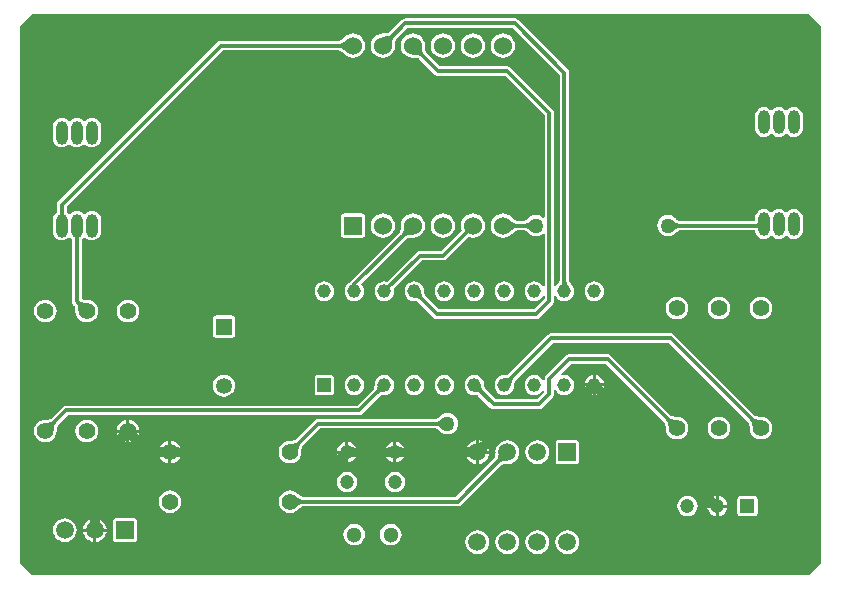
<source format=gbl>
G04 Layer_Physical_Order=2*
G04 Layer_Color=16711680*
%FSLAX25Y25*%
%MOIN*%
G70*
G01*
G75*
%ADD10C,0.01200*%
%ADD11C,0.03000*%
%ADD12C,0.06000*%
%ADD13R,0.06000X0.06000*%
%ADD14C,0.04724*%
%ADD15R,0.04724X0.04724*%
%ADD16R,0.04563X0.04563*%
%ADD17C,0.04563*%
%ADD18O,0.03937X0.07874*%
%ADD19O,0.03937X0.07874*%
%ADD20C,0.05512*%
%ADD21R,0.05315X0.05315*%
%ADD22C,0.05315*%
%ADD23R,0.05905X0.05905*%
%ADD24C,0.05905*%
%ADD25C,0.05118*%
%ADD26C,0.05905*%
%ADD27R,0.05905X0.05905*%
%ADD28C,0.05000*%
G36*
X133471Y89367D02*
Y-89367D01*
X129367Y-93471D01*
X-129367D01*
X-133471Y-89367D01*
Y89367D01*
X-129367Y93471D01*
X129367D01*
X133471Y89367D01*
D02*
G37*
%LPC*%
G36*
X-11742Y-51541D02*
X-11776Y-51622D01*
X-11825Y-52000D01*
X-11742D01*
Y-51541D01*
D02*
G37*
G36*
X-25000Y-49175D02*
X-25378Y-49224D01*
X-26196Y-49563D01*
X-26898Y-50102D01*
X-27437Y-50804D01*
X-27776Y-51622D01*
X-27825Y-52000D01*
X-25000D01*
Y-49175D01*
D02*
G37*
G36*
X-5175Y-53000D02*
X-5258D01*
Y-53459D01*
X-5224Y-53378D01*
X-5175Y-53000D01*
D02*
G37*
G36*
X-9000Y-49175D02*
X-9378Y-49224D01*
X-10196Y-49563D01*
X-10898Y-50102D01*
X-11437Y-50804D01*
X-11517Y-50999D01*
X-11474Y-50999D01*
X-10390Y-50925D01*
X-10297Y-50902D01*
X-10230Y-50876D01*
X-10187Y-50846D01*
Y-52000D01*
X-9000D01*
Y-49175D01*
D02*
G37*
G36*
X19500Y-50018D02*
Y-52000D01*
X21482D01*
X19500Y-50018D01*
D02*
G37*
G36*
X-84000Y-48777D02*
X-84481Y-48841D01*
X-85394Y-49219D01*
X-86179Y-49821D01*
X-86781Y-50606D01*
X-86934Y-50977D01*
X-86389Y-50931D01*
X-86178Y-50893D01*
X-85990Y-50845D01*
X-85825Y-50790D01*
X-85683Y-50725D01*
X-85564Y-50652D01*
X-85468Y-50571D01*
Y-52000D01*
X-84000D01*
Y-48777D01*
D02*
G37*
G36*
X18500Y-48579D02*
X17968Y-48649D01*
X17007Y-49047D01*
X16181Y-49681D01*
X15547Y-50507D01*
X15357Y-50966D01*
X15577Y-50949D01*
X15830Y-50909D01*
X16062Y-50858D01*
X16272Y-50796D01*
X16459Y-50722D01*
X16625Y-50637D01*
X16769Y-50541D01*
X16891Y-50433D01*
Y-52000D01*
X18500D01*
Y-48579D01*
D02*
G37*
G36*
X-11742Y-53000D02*
X-11825D01*
X-11776Y-53378D01*
X-11742Y-53459D01*
Y-53000D01*
D02*
G37*
G36*
X-84000D02*
X-85468D01*
Y-54429D01*
X-85564Y-54348D01*
X-85683Y-54275D01*
X-85825Y-54210D01*
X-85990Y-54154D01*
X-86178Y-54107D01*
X-86389Y-54069D01*
X-86624Y-54039D01*
X-86936Y-54019D01*
X-86781Y-54394D01*
X-86179Y-55179D01*
X-85394Y-55781D01*
X-84481Y-56159D01*
X-84000Y-56222D01*
Y-53000D01*
D02*
G37*
G36*
X18500D02*
X16891D01*
Y-54567D01*
X16769Y-54459D01*
X16625Y-54363D01*
X16459Y-54278D01*
X16272Y-54204D01*
X16062Y-54142D01*
X15830Y-54091D01*
X15577Y-54051D01*
X15355Y-54028D01*
X15547Y-54493D01*
X16181Y-55319D01*
X17007Y-55953D01*
X17968Y-56351D01*
X18500Y-56421D01*
Y-53000D01*
D02*
G37*
G36*
X-27470Y-54115D02*
X-27437Y-54196D01*
X-26898Y-54898D01*
X-26196Y-55437D01*
X-26115Y-55470D01*
X-27470Y-54115D01*
D02*
G37*
G36*
X-25000Y-53000D02*
X-26386D01*
X-25000Y-54386D01*
Y-53000D01*
D02*
G37*
G36*
X-21175D02*
X-21258D01*
Y-53459D01*
X-21224Y-53378D01*
X-21175Y-53000D01*
D02*
G37*
G36*
X-27192D02*
X-27825D01*
X-27776Y-53378D01*
X-27695Y-53572D01*
X-27665Y-53541D01*
X-27192Y-53000D01*
D02*
G37*
G36*
X-9000D02*
X-10187D01*
Y-54154D01*
X-10230Y-54124D01*
X-10297Y-54098D01*
X-10390Y-54075D01*
X-10508Y-54055D01*
X-10819Y-54025D01*
X-11230Y-54006D01*
X-11517Y-54003D01*
X-11437Y-54196D01*
X-10898Y-54898D01*
X-10196Y-55437D01*
X-9378Y-55776D01*
X-9000Y-55825D01*
Y-53000D01*
D02*
G37*
G36*
X22660Y-51008D02*
X22517Y-51176D01*
X22366Y-51384D01*
X22238Y-51583D01*
X22134Y-51776D01*
X22054Y-51961D01*
X22041Y-52000D01*
X22921D01*
X22851Y-51468D01*
X22660Y-51008D01*
D02*
G37*
G36*
X99500Y-40712D02*
X98519Y-40841D01*
X97606Y-41219D01*
X96821Y-41821D01*
X96219Y-42606D01*
X95841Y-43519D01*
X95712Y-44500D01*
X95841Y-45480D01*
X96219Y-46394D01*
X96821Y-47179D01*
X97606Y-47781D01*
X98519Y-48159D01*
X99500Y-48288D01*
X100480Y-48159D01*
X101394Y-47781D01*
X102179Y-47179D01*
X102781Y-46394D01*
X103159Y-45480D01*
X103288Y-44500D01*
X103159Y-43519D01*
X102781Y-42606D01*
X102179Y-41821D01*
X101394Y-41219D01*
X100480Y-40841D01*
X99500Y-40712D01*
D02*
G37*
G36*
X62500Y-19869D02*
X49500D01*
X48876Y-19993D01*
X48346Y-20346D01*
X41846Y-26847D01*
X41493Y-27376D01*
X41369Y-28000D01*
Y-28377D01*
X40869Y-28477D01*
X40866Y-28471D01*
X40340Y-27786D01*
X39655Y-27260D01*
X38857Y-26929D01*
X38000Y-26816D01*
X37143Y-26929D01*
X36345Y-27260D01*
X35660Y-27786D01*
X35134Y-28471D01*
X34803Y-29269D01*
X34690Y-30126D01*
X34803Y-30983D01*
X35134Y-31781D01*
X35660Y-32466D01*
X36345Y-32992D01*
X37143Y-33323D01*
X38000Y-33436D01*
X38857Y-33323D01*
X39655Y-32992D01*
X40340Y-32466D01*
X40804Y-31861D01*
X41170Y-31933D01*
X41302Y-31999D01*
X41342Y-32351D01*
X38824Y-34869D01*
X25050D01*
X21589Y-31408D01*
X21556Y-31364D01*
X21505Y-31276D01*
X21457Y-31173D01*
X21413Y-31053D01*
X21374Y-30914D01*
X21342Y-30756D01*
X21318Y-30577D01*
X21305Y-30378D01*
X21302Y-30188D01*
X21310Y-30126D01*
X21197Y-29269D01*
X20866Y-28471D01*
X20340Y-27786D01*
X19655Y-27260D01*
X18857Y-26929D01*
X18000Y-26816D01*
X17143Y-26929D01*
X16345Y-27260D01*
X15660Y-27786D01*
X15134Y-28471D01*
X14803Y-29269D01*
X14690Y-30126D01*
X14803Y-30983D01*
X15134Y-31781D01*
X15660Y-32466D01*
X16345Y-32992D01*
X17143Y-33323D01*
X18000Y-33436D01*
X18062Y-33428D01*
X18251Y-33431D01*
X18451Y-33444D01*
X18630Y-33468D01*
X18788Y-33500D01*
X18927Y-33538D01*
X19047Y-33583D01*
X19150Y-33631D01*
X19238Y-33683D01*
X19282Y-33715D01*
X23221Y-37653D01*
X23750Y-38007D01*
X24374Y-38131D01*
X39500D01*
X40124Y-38007D01*
X40653Y-37653D01*
X44153Y-34154D01*
X44507Y-33624D01*
X44631Y-33000D01*
Y-31875D01*
X45131Y-31775D01*
X45134Y-31781D01*
X45660Y-32466D01*
X46345Y-32992D01*
X47143Y-33323D01*
X48000Y-33436D01*
X48857Y-33323D01*
X49655Y-32992D01*
X50340Y-32466D01*
X50866Y-31781D01*
X51197Y-30983D01*
X51310Y-30126D01*
X51197Y-29269D01*
X50866Y-28471D01*
X50340Y-27786D01*
X49655Y-27260D01*
X48857Y-26929D01*
X48000Y-26816D01*
X47143Y-26929D01*
X47044Y-26970D01*
X46761Y-26546D01*
X50176Y-23131D01*
X61824D01*
X81358Y-42665D01*
X81408Y-42737D01*
X81471Y-42852D01*
X81531Y-42994D01*
X81587Y-43165D01*
X81636Y-43367D01*
X81673Y-43584D01*
X81721Y-44159D01*
X81724Y-44408D01*
X81712Y-44500D01*
X81841Y-45480D01*
X82219Y-46394D01*
X82821Y-47179D01*
X83606Y-47781D01*
X84519Y-48159D01*
X85500Y-48288D01*
X86480Y-48159D01*
X87394Y-47781D01*
X88179Y-47179D01*
X88781Y-46394D01*
X89159Y-45480D01*
X89288Y-44500D01*
X89159Y-43519D01*
X88781Y-42606D01*
X88179Y-41821D01*
X87394Y-41219D01*
X86480Y-40841D01*
X85500Y-40712D01*
X85408Y-40724D01*
X85146Y-40721D01*
X84858Y-40704D01*
X84598Y-40676D01*
X84367Y-40636D01*
X84166Y-40587D01*
X83994Y-40531D01*
X83852Y-40471D01*
X83737Y-40408D01*
X83665Y-40358D01*
X63653Y-20346D01*
X63124Y-19993D01*
X62500Y-19869D01*
D02*
G37*
G36*
X-97000Y-48386D02*
Y-49222D01*
X-96520Y-49159D01*
X-96149Y-49006D01*
X-96566Y-48652D01*
X-96743Y-48530D01*
X-96909Y-48430D01*
X-97000Y-48386D01*
D02*
G37*
G36*
X83500Y-12869D02*
X43626D01*
X43002Y-12993D01*
X42472Y-13347D01*
X29282Y-26537D01*
X29238Y-26570D01*
X29150Y-26621D01*
X29047Y-26669D01*
X28927Y-26713D01*
X28788Y-26752D01*
X28630Y-26784D01*
X28451Y-26807D01*
X28251Y-26821D01*
X28062Y-26824D01*
X28000Y-26816D01*
X27143Y-26929D01*
X26345Y-27260D01*
X25660Y-27786D01*
X25134Y-28471D01*
X24803Y-29269D01*
X24690Y-30126D01*
X24803Y-30983D01*
X25134Y-31781D01*
X25660Y-32466D01*
X26345Y-32992D01*
X27143Y-33323D01*
X28000Y-33436D01*
X28857Y-33323D01*
X29655Y-32992D01*
X30340Y-32466D01*
X30866Y-31781D01*
X31197Y-30983D01*
X31310Y-30126D01*
X31302Y-30064D01*
X31305Y-29875D01*
X31319Y-29675D01*
X31342Y-29496D01*
X31374Y-29338D01*
X31413Y-29199D01*
X31457Y-29079D01*
X31505Y-28976D01*
X31556Y-28888D01*
X31589Y-28844D01*
X44302Y-16131D01*
X82824D01*
X109358Y-42665D01*
X109408Y-42737D01*
X109471Y-42852D01*
X109531Y-42994D01*
X109587Y-43165D01*
X109636Y-43367D01*
X109673Y-43584D01*
X109721Y-44159D01*
X109724Y-44408D01*
X109712Y-44500D01*
X109841Y-45480D01*
X110219Y-46394D01*
X110821Y-47179D01*
X111606Y-47781D01*
X112520Y-48159D01*
X113500Y-48288D01*
X114480Y-48159D01*
X115394Y-47781D01*
X116179Y-47179D01*
X116781Y-46394D01*
X117159Y-45480D01*
X117288Y-44500D01*
X117159Y-43519D01*
X116781Y-42606D01*
X116179Y-41821D01*
X115394Y-41219D01*
X114480Y-40841D01*
X113500Y-40712D01*
X113408Y-40724D01*
X113146Y-40721D01*
X112858Y-40704D01*
X112598Y-40676D01*
X112367Y-40636D01*
X112165Y-40587D01*
X111994Y-40531D01*
X111852Y-40471D01*
X111737Y-40408D01*
X111665Y-40358D01*
X84654Y-13347D01*
X84124Y-12993D01*
X83500Y-12869D01*
D02*
G37*
G36*
X-93778Y-46000D02*
X-94614D01*
X-94570Y-46090D01*
X-94470Y-46257D01*
X-94348Y-46434D01*
X-94203Y-46621D01*
X-93996Y-46856D01*
X-93841Y-46481D01*
X-93778Y-46000D01*
D02*
G37*
G36*
X-95217D02*
X-97000D01*
Y-47783D01*
X-95217Y-46000D01*
D02*
G37*
G36*
X-98000D02*
X-99783D01*
X-98000Y-47783D01*
Y-46000D01*
D02*
G37*
G36*
Y-48386D02*
X-98090Y-48430D01*
X-98257Y-48530D01*
X-98434Y-48652D01*
X-98621Y-48797D01*
X-98856Y-49004D01*
X-98480Y-49159D01*
X-98000Y-49222D01*
Y-48386D01*
D02*
G37*
G36*
X-24000Y-49175D02*
Y-52000D01*
X-22813D01*
Y-50846D01*
X-22770Y-50876D01*
X-22703Y-50902D01*
X-22610Y-50925D01*
X-22492Y-50945D01*
X-22181Y-50975D01*
X-21770Y-50994D01*
X-21483Y-50997D01*
X-21563Y-50804D01*
X-22102Y-50102D01*
X-22804Y-49563D01*
X-23622Y-49224D01*
X-24000Y-49175D01*
D02*
G37*
G36*
X-5258Y-51541D02*
Y-52000D01*
X-5175D01*
X-5224Y-51622D01*
X-5258Y-51541D01*
D02*
G37*
G36*
X-21258D02*
Y-52000D01*
X-21175D01*
X-21224Y-51622D01*
X-21258Y-51541D01*
D02*
G37*
G36*
X-8000Y-49175D02*
Y-52000D01*
X-6813D01*
Y-50846D01*
X-6770Y-50876D01*
X-6703Y-50902D01*
X-6610Y-50925D01*
X-6492Y-50945D01*
X-6181Y-50975D01*
X-5770Y-50994D01*
X-5483Y-50997D01*
X-5563Y-50804D01*
X-6102Y-50102D01*
X-6804Y-49563D01*
X-7622Y-49224D01*
X-8000Y-49175D01*
D02*
G37*
G36*
X-111250Y-41712D02*
X-112231Y-41841D01*
X-113144Y-42219D01*
X-113929Y-42821D01*
X-114531Y-43606D01*
X-114909Y-44519D01*
X-115038Y-45500D01*
X-114909Y-46481D01*
X-114531Y-47394D01*
X-113929Y-48179D01*
X-113144Y-48781D01*
X-112231Y-49159D01*
X-111250Y-49288D01*
X-110269Y-49159D01*
X-109356Y-48781D01*
X-108571Y-48179D01*
X-107969Y-47394D01*
X-107591Y-46481D01*
X-107462Y-45500D01*
X-107591Y-44519D01*
X-107969Y-43606D01*
X-108571Y-42821D01*
X-109356Y-42219D01*
X-110269Y-41841D01*
X-111250Y-41712D01*
D02*
G37*
G36*
X19500Y-48579D02*
Y-49459D01*
X19539Y-49446D01*
X19724Y-49366D01*
X19917Y-49262D01*
X20117Y-49134D01*
X20324Y-48983D01*
X20497Y-48842D01*
X20032Y-48649D01*
X19500Y-48579D01*
D02*
G37*
G36*
X-83000Y-48777D02*
Y-52000D01*
X-81532D01*
Y-50571D01*
X-81436Y-50652D01*
X-81317Y-50725D01*
X-81176Y-50790D01*
X-81010Y-50845D01*
X-80822Y-50893D01*
X-80611Y-50931D01*
X-80376Y-50961D01*
X-80064Y-50981D01*
X-80219Y-50606D01*
X-80821Y-49821D01*
X-81606Y-49219D01*
X-82520Y-48841D01*
X-83000Y-48777D01*
D02*
G37*
G36*
X-6813Y-53000D02*
X-8000D01*
Y-55825D01*
X-7622Y-55776D01*
X-6804Y-55437D01*
X-6102Y-54898D01*
X-5563Y-54196D01*
X-5483Y-54001D01*
X-5526Y-54001D01*
X-6610Y-54075D01*
X-6703Y-54098D01*
X-6770Y-54124D01*
X-6813Y-54154D01*
Y-53000D01*
D02*
G37*
G36*
X-110028Y-74854D02*
X-110493Y-75047D01*
X-111319Y-75681D01*
X-111953Y-76507D01*
X-112351Y-77468D01*
X-112421Y-78000D01*
X-109000D01*
Y-76391D01*
X-110567D01*
X-110459Y-76269D01*
X-110363Y-76125D01*
X-110278Y-75959D01*
X-110204Y-75772D01*
X-110142Y-75562D01*
X-110091Y-75330D01*
X-110051Y-75077D01*
X-110028Y-74854D01*
D02*
G37*
G36*
X-104579Y-79000D02*
X-108000D01*
Y-82421D01*
X-107468Y-82351D01*
X-106507Y-81953D01*
X-105681Y-81319D01*
X-105047Y-80493D01*
X-104649Y-79532D01*
X-104579Y-79000D01*
D02*
G37*
G36*
X-109000D02*
X-112421D01*
X-112351Y-79532D01*
X-111953Y-80493D01*
X-111319Y-81319D01*
X-110493Y-81953D01*
X-109532Y-82351D01*
X-109000Y-82421D01*
Y-79000D01*
D02*
G37*
G36*
X-106966Y-74857D02*
X-106949Y-75077D01*
X-106909Y-75330D01*
X-106858Y-75562D01*
X-106796Y-75772D01*
X-106722Y-75959D01*
X-106637Y-76125D01*
X-106541Y-76269D01*
X-106433Y-76391D01*
X-108000D01*
Y-78000D01*
X-104579D01*
X-104649Y-77468D01*
X-105047Y-76507D01*
X-105681Y-75681D01*
X-106507Y-75047D01*
X-106966Y-74857D01*
D02*
G37*
G36*
X98500Y-71000D02*
X95675D01*
X95724Y-71378D01*
X96063Y-72196D01*
X96602Y-72898D01*
X97304Y-73437D01*
X98122Y-73776D01*
X98500Y-73825D01*
Y-71000D01*
D02*
G37*
G36*
X111362Y-67118D02*
X106638D01*
X106248Y-67196D01*
X105917Y-67417D01*
X105696Y-67748D01*
X105618Y-68138D01*
Y-72862D01*
X105696Y-73252D01*
X105917Y-73583D01*
X106248Y-73804D01*
X106638Y-73882D01*
X111362D01*
X111752Y-73804D01*
X112083Y-73583D01*
X112304Y-73252D01*
X112382Y-72862D01*
Y-68138D01*
X112304Y-67748D01*
X112083Y-67417D01*
X111752Y-67196D01*
X111362Y-67118D01*
D02*
G37*
G36*
X89000Y-67109D02*
X88122Y-67224D01*
X87304Y-67563D01*
X86602Y-68102D01*
X86063Y-68804D01*
X85724Y-69622D01*
X85609Y-70500D01*
X85724Y-71378D01*
X86063Y-72196D01*
X86602Y-72898D01*
X87304Y-73437D01*
X88122Y-73776D01*
X89000Y-73891D01*
X89878Y-73776D01*
X90696Y-73437D01*
X91398Y-72898D01*
X91937Y-72196D01*
X92276Y-71378D01*
X92391Y-70500D01*
X92276Y-69622D01*
X91937Y-68804D01*
X91398Y-68102D01*
X90696Y-67563D01*
X89878Y-67224D01*
X89000Y-67109D01*
D02*
G37*
G36*
X-95547Y-74528D02*
X-101453D01*
X-101843Y-74605D01*
X-102174Y-74826D01*
X-102395Y-75157D01*
X-102472Y-75547D01*
Y-81453D01*
X-102395Y-81843D01*
X-102174Y-82174D01*
X-101843Y-82395D01*
X-101453Y-82472D01*
X-95547D01*
X-95157Y-82395D01*
X-94826Y-82174D01*
X-94605Y-81843D01*
X-94528Y-81453D01*
Y-75547D01*
X-94605Y-75157D01*
X-94826Y-74826D01*
X-95157Y-74605D01*
X-95547Y-74528D01*
D02*
G37*
G36*
X39000Y-78513D02*
X37968Y-78649D01*
X37007Y-79047D01*
X36181Y-79681D01*
X35547Y-80507D01*
X35149Y-81468D01*
X35013Y-82500D01*
X35149Y-83532D01*
X35547Y-84493D01*
X36181Y-85319D01*
X37007Y-85953D01*
X37968Y-86351D01*
X39000Y-86487D01*
X40032Y-86351D01*
X40993Y-85953D01*
X41819Y-85319D01*
X42453Y-84493D01*
X42851Y-83532D01*
X42987Y-82500D01*
X42851Y-81468D01*
X42453Y-80507D01*
X41819Y-79681D01*
X40993Y-79047D01*
X40032Y-78649D01*
X39000Y-78513D01*
D02*
G37*
G36*
X29000D02*
X27968Y-78649D01*
X27007Y-79047D01*
X26181Y-79681D01*
X25547Y-80507D01*
X25149Y-81468D01*
X25013Y-82500D01*
X25149Y-83532D01*
X25547Y-84493D01*
X26181Y-85319D01*
X27007Y-85953D01*
X27968Y-86351D01*
X29000Y-86487D01*
X30032Y-86351D01*
X30993Y-85953D01*
X31819Y-85319D01*
X32453Y-84493D01*
X32851Y-83532D01*
X32987Y-82500D01*
X32851Y-81468D01*
X32453Y-80507D01*
X31819Y-79681D01*
X30993Y-79047D01*
X30032Y-78649D01*
X29000Y-78513D01*
D02*
G37*
G36*
X19000D02*
X17968Y-78649D01*
X17007Y-79047D01*
X16181Y-79681D01*
X15547Y-80507D01*
X15149Y-81468D01*
X15013Y-82500D01*
X15149Y-83532D01*
X15547Y-84493D01*
X16181Y-85319D01*
X17007Y-85953D01*
X17968Y-86351D01*
X19000Y-86487D01*
X20032Y-86351D01*
X20993Y-85953D01*
X21819Y-85319D01*
X22453Y-84493D01*
X22851Y-83532D01*
X22987Y-82500D01*
X22851Y-81468D01*
X22453Y-80507D01*
X21819Y-79681D01*
X20993Y-79047D01*
X20032Y-78649D01*
X19000Y-78513D01*
D02*
G37*
G36*
X49000D02*
X47968Y-78649D01*
X47007Y-79047D01*
X46181Y-79681D01*
X45547Y-80507D01*
X45149Y-81468D01*
X45013Y-82500D01*
X45149Y-83532D01*
X45547Y-84493D01*
X46181Y-85319D01*
X47007Y-85953D01*
X47968Y-86351D01*
X49000Y-86487D01*
X50032Y-86351D01*
X50993Y-85953D01*
X51819Y-85319D01*
X52453Y-84493D01*
X52851Y-83532D01*
X52987Y-82500D01*
X52851Y-81468D01*
X52453Y-80507D01*
X51819Y-79681D01*
X50993Y-79047D01*
X50032Y-78649D01*
X49000Y-78513D01*
D02*
G37*
G36*
X-118500Y-74513D02*
X-119532Y-74649D01*
X-120493Y-75047D01*
X-121319Y-75681D01*
X-121953Y-76507D01*
X-122351Y-77468D01*
X-122487Y-78500D01*
X-122351Y-79532D01*
X-121953Y-80493D01*
X-121319Y-81319D01*
X-120493Y-81953D01*
X-119532Y-82351D01*
X-118500Y-82487D01*
X-117468Y-82351D01*
X-116507Y-81953D01*
X-115681Y-81319D01*
X-115047Y-80493D01*
X-114649Y-79532D01*
X-114513Y-78500D01*
X-114649Y-77468D01*
X-115047Y-76507D01*
X-115681Y-75681D01*
X-116507Y-75047D01*
X-117468Y-74649D01*
X-118500Y-74513D01*
D02*
G37*
G36*
X-9898Y-76410D02*
X-10827Y-76533D01*
X-11693Y-76891D01*
X-12436Y-77462D01*
X-13006Y-78205D01*
X-13365Y-79071D01*
X-13487Y-80000D01*
X-13365Y-80929D01*
X-13006Y-81795D01*
X-12436Y-82538D01*
X-11693Y-83109D01*
X-10827Y-83467D01*
X-9898Y-83590D01*
X-8969Y-83467D01*
X-8103Y-83109D01*
X-7359Y-82538D01*
X-6789Y-81795D01*
X-6430Y-80929D01*
X-6308Y-80000D01*
X-6430Y-79071D01*
X-6789Y-78205D01*
X-7359Y-77462D01*
X-8103Y-76891D01*
X-8969Y-76533D01*
X-9898Y-76410D01*
D02*
G37*
G36*
X-22102D02*
X-23031Y-76533D01*
X-23897Y-76891D01*
X-24641Y-77462D01*
X-25211Y-78205D01*
X-25570Y-79071D01*
X-25692Y-80000D01*
X-25570Y-80929D01*
X-25211Y-81795D01*
X-24641Y-82538D01*
X-23897Y-83109D01*
X-23031Y-83467D01*
X-22102Y-83590D01*
X-21173Y-83467D01*
X-20308Y-83109D01*
X-19564Y-82538D01*
X-18994Y-81795D01*
X-18635Y-80929D01*
X-18513Y-80000D01*
X-18635Y-79071D01*
X-18994Y-78205D01*
X-19564Y-77462D01*
X-20308Y-76891D01*
X-21173Y-76533D01*
X-22102Y-76410D01*
D02*
G37*
G36*
X102325Y-71000D02*
X99500D01*
Y-73825D01*
X99878Y-73776D01*
X100696Y-73437D01*
X101398Y-72898D01*
X101937Y-72196D01*
X102276Y-71378D01*
X102325Y-71000D01*
D02*
G37*
G36*
X51953Y-48528D02*
X46047D01*
X45657Y-48605D01*
X45326Y-48826D01*
X45105Y-49157D01*
X45028Y-49547D01*
Y-55453D01*
X45105Y-55843D01*
X45326Y-56174D01*
X45657Y-56395D01*
X46047Y-56472D01*
X51953D01*
X52343Y-56395D01*
X52674Y-56174D01*
X52895Y-55843D01*
X52972Y-55453D01*
Y-49547D01*
X52895Y-49157D01*
X52674Y-48826D01*
X52343Y-48605D01*
X51953Y-48528D01*
D02*
G37*
G36*
X39000Y-48513D02*
X37968Y-48649D01*
X37007Y-49047D01*
X36181Y-49681D01*
X35547Y-50507D01*
X35149Y-51468D01*
X35013Y-52500D01*
X35149Y-53532D01*
X35547Y-54493D01*
X36181Y-55319D01*
X37007Y-55953D01*
X37968Y-56351D01*
X39000Y-56487D01*
X40032Y-56351D01*
X40993Y-55953D01*
X41819Y-55319D01*
X42453Y-54493D01*
X42851Y-53532D01*
X42987Y-52500D01*
X42851Y-51468D01*
X42453Y-50507D01*
X41819Y-49681D01*
X40993Y-49047D01*
X40032Y-48649D01*
X39000Y-48513D01*
D02*
G37*
G36*
X29000D02*
X27968Y-48649D01*
X27007Y-49047D01*
X26181Y-49681D01*
X25547Y-50507D01*
X25149Y-51468D01*
X25013Y-52500D01*
X25025Y-52593D01*
X25005Y-53231D01*
X24976Y-53513D01*
X24933Y-53773D01*
X24881Y-54000D01*
X24821Y-54193D01*
X24755Y-54352D01*
X24688Y-54479D01*
X24631Y-54562D01*
X11824Y-67369D01*
X-39274D01*
X-39360Y-67353D01*
X-39485Y-67316D01*
X-39629Y-67258D01*
X-39790Y-67177D01*
X-39966Y-67069D01*
X-40146Y-66942D01*
X-40587Y-66569D01*
X-40764Y-66395D01*
X-40821Y-66321D01*
X-41606Y-65719D01*
X-42520Y-65341D01*
X-43500Y-65212D01*
X-44480Y-65341D01*
X-45394Y-65719D01*
X-46179Y-66321D01*
X-46781Y-67106D01*
X-47159Y-68019D01*
X-47288Y-69000D01*
X-47159Y-69981D01*
X-46781Y-70894D01*
X-46179Y-71679D01*
X-45394Y-72281D01*
X-44480Y-72659D01*
X-43500Y-72788D01*
X-42520Y-72659D01*
X-41606Y-72281D01*
X-40821Y-71679D01*
X-40764Y-71605D01*
X-40578Y-71422D01*
X-40362Y-71230D01*
X-40158Y-71066D01*
X-39966Y-70931D01*
X-39789Y-70823D01*
X-39629Y-70742D01*
X-39485Y-70684D01*
X-39360Y-70647D01*
X-39274Y-70631D01*
X12500D01*
X13124Y-70507D01*
X13654Y-70153D01*
X26938Y-56869D01*
X27021Y-56812D01*
X27148Y-56745D01*
X27307Y-56679D01*
X27500Y-56619D01*
X27727Y-56567D01*
X27974Y-56526D01*
X28617Y-56476D01*
X28895Y-56473D01*
X29000Y-56487D01*
X30032Y-56351D01*
X30993Y-55953D01*
X31819Y-55319D01*
X32453Y-54493D01*
X32851Y-53532D01*
X32987Y-52500D01*
X32851Y-51468D01*
X32453Y-50507D01*
X31819Y-49681D01*
X30993Y-49047D01*
X30032Y-48649D01*
X29000Y-48513D01*
D02*
G37*
G36*
X22921Y-53000D02*
X19500D01*
Y-56421D01*
X20032Y-56351D01*
X20993Y-55953D01*
X21819Y-55319D01*
X22453Y-54493D01*
X22851Y-53532D01*
X22921Y-53000D01*
D02*
G37*
G36*
X-22813D02*
X-24000D01*
Y-55825D01*
X-23622Y-55776D01*
X-22804Y-55437D01*
X-22102Y-54898D01*
X-21563Y-54196D01*
X-21483Y-54001D01*
X-21526Y-54001D01*
X-22610Y-54075D01*
X-22703Y-54098D01*
X-22770Y-54124D01*
X-22813Y-54154D01*
Y-53000D01*
D02*
G37*
G36*
X-25000Y-55167D02*
X-25062Y-55218D01*
X-25366Y-55496D01*
X-25571Y-55696D01*
X-25378Y-55776D01*
X-25000Y-55825D01*
Y-55167D01*
D02*
G37*
G36*
X-81532Y-53000D02*
X-83000D01*
Y-56222D01*
X-82520Y-56159D01*
X-81606Y-55781D01*
X-80821Y-55179D01*
X-80219Y-54394D01*
X-80066Y-54023D01*
X-80611Y-54069D01*
X-80822Y-54107D01*
X-81010Y-54154D01*
X-81176Y-54210D01*
X-81317Y-54275D01*
X-81436Y-54348D01*
X-81532Y-54429D01*
Y-53000D01*
D02*
G37*
G36*
X-8500Y-59109D02*
X-9378Y-59224D01*
X-10196Y-59563D01*
X-10898Y-60102D01*
X-11437Y-60804D01*
X-11776Y-61622D01*
X-11891Y-62500D01*
X-11776Y-63378D01*
X-11437Y-64196D01*
X-10898Y-64898D01*
X-10196Y-65437D01*
X-9378Y-65776D01*
X-8500Y-65891D01*
X-7622Y-65776D01*
X-6804Y-65437D01*
X-6102Y-64898D01*
X-5563Y-64196D01*
X-5224Y-63378D01*
X-5109Y-62500D01*
X-5224Y-61622D01*
X-5563Y-60804D01*
X-6102Y-60102D01*
X-6804Y-59563D01*
X-7622Y-59224D01*
X-8500Y-59109D01*
D02*
G37*
G36*
X98500Y-68234D02*
X97300Y-70000D01*
X98500D01*
Y-68234D01*
D02*
G37*
G36*
X95684Y-69931D02*
X95675Y-70000D01*
X95753D01*
X95684Y-69931D01*
D02*
G37*
G36*
X-83500Y-65212D02*
X-84481Y-65341D01*
X-85394Y-65719D01*
X-86179Y-66321D01*
X-86781Y-67106D01*
X-87159Y-68019D01*
X-87288Y-69000D01*
X-87159Y-69981D01*
X-86781Y-70894D01*
X-86179Y-71679D01*
X-85394Y-72281D01*
X-84481Y-72659D01*
X-83500Y-72788D01*
X-82520Y-72659D01*
X-81606Y-72281D01*
X-80821Y-71679D01*
X-80219Y-70894D01*
X-79841Y-69981D01*
X-79712Y-69000D01*
X-79841Y-68019D01*
X-80219Y-67106D01*
X-80821Y-66321D01*
X-81606Y-65719D01*
X-82520Y-65341D01*
X-83500Y-65212D01*
D02*
G37*
G36*
X99500Y-67175D02*
Y-70000D01*
X102325D01*
X102276Y-69622D01*
X101937Y-68804D01*
X101398Y-68102D01*
X100696Y-67563D01*
X99878Y-67224D01*
X99500Y-67175D01*
D02*
G37*
G36*
X-24500Y-59109D02*
X-25378Y-59224D01*
X-26196Y-59563D01*
X-26898Y-60102D01*
X-27437Y-60804D01*
X-27776Y-61622D01*
X-27891Y-62500D01*
X-27776Y-63378D01*
X-27437Y-64196D01*
X-26898Y-64898D01*
X-26196Y-65437D01*
X-25378Y-65776D01*
X-24500Y-65891D01*
X-23622Y-65776D01*
X-22804Y-65437D01*
X-22102Y-64898D01*
X-21563Y-64196D01*
X-21224Y-63378D01*
X-21109Y-62500D01*
X-21224Y-61622D01*
X-21563Y-60804D01*
X-22102Y-60102D01*
X-22804Y-59563D01*
X-23622Y-59224D01*
X-24500Y-59109D01*
D02*
G37*
G36*
X98500Y-67175D02*
X98122Y-67224D01*
X97491Y-67486D01*
X98066Y-67982D01*
X98187Y-68064D01*
X98295Y-68126D01*
X98388Y-68166D01*
X98468Y-68186D01*
X98500Y-68185D01*
Y-67175D01*
D02*
G37*
G36*
X96875Y-67892D02*
X96602Y-68102D01*
X96063Y-68804D01*
X95724Y-69622D01*
X95688Y-69897D01*
X96875Y-67892D01*
D02*
G37*
G36*
X8000Y4436D02*
X7143Y4323D01*
X6345Y3992D01*
X5660Y3466D01*
X5134Y2781D01*
X4803Y1983D01*
X4690Y1126D01*
X4803Y269D01*
X5134Y-529D01*
X5660Y-1214D01*
X6345Y-1740D01*
X7143Y-2071D01*
X8000Y-2184D01*
X8857Y-2071D01*
X9655Y-1740D01*
X10340Y-1214D01*
X10866Y-529D01*
X11197Y269D01*
X11310Y1126D01*
X11197Y1983D01*
X10866Y2781D01*
X10340Y3466D01*
X9655Y3992D01*
X8857Y4323D01*
X8000Y4436D01*
D02*
G37*
G36*
X-32000D02*
X-32857Y4323D01*
X-33655Y3992D01*
X-34340Y3466D01*
X-34866Y2781D01*
X-35197Y1983D01*
X-35310Y1126D01*
X-35197Y269D01*
X-34866Y-529D01*
X-34340Y-1214D01*
X-33655Y-1740D01*
X-32857Y-2071D01*
X-32000Y-2184D01*
X-31143Y-2071D01*
X-30345Y-1740D01*
X-29660Y-1214D01*
X-29134Y-529D01*
X-28803Y269D01*
X-28690Y1126D01*
X-28803Y1983D01*
X-29134Y2781D01*
X-29660Y3466D01*
X-30345Y3992D01*
X-31143Y4323D01*
X-32000Y4436D01*
D02*
G37*
G36*
X113500Y-712D02*
X112520Y-841D01*
X111606Y-1219D01*
X110821Y-1821D01*
X110219Y-2606D01*
X109841Y-3520D01*
X109712Y-4500D01*
X109841Y-5480D01*
X110219Y-6394D01*
X110821Y-7179D01*
X111606Y-7781D01*
X112520Y-8159D01*
X113500Y-8288D01*
X114480Y-8159D01*
X115394Y-7781D01*
X116179Y-7179D01*
X116781Y-6394D01*
X117159Y-5480D01*
X117288Y-4500D01*
X117159Y-3520D01*
X116781Y-2606D01*
X116179Y-1821D01*
X115394Y-1219D01*
X114480Y-841D01*
X113500Y-712D01*
D02*
G37*
G36*
X58000Y4436D02*
X57143Y4323D01*
X56345Y3992D01*
X55660Y3466D01*
X55134Y2781D01*
X54803Y1983D01*
X54690Y1126D01*
X54803Y269D01*
X55134Y-529D01*
X55660Y-1214D01*
X56345Y-1740D01*
X57143Y-2071D01*
X58000Y-2184D01*
X58857Y-2071D01*
X59655Y-1740D01*
X60340Y-1214D01*
X60866Y-529D01*
X61197Y269D01*
X61310Y1126D01*
X61197Y1983D01*
X60866Y2781D01*
X60340Y3466D01*
X59655Y3992D01*
X58857Y4323D01*
X58000Y4436D01*
D02*
G37*
G36*
X28000D02*
X27143Y4323D01*
X26345Y3992D01*
X25660Y3466D01*
X25134Y2781D01*
X24803Y1983D01*
X24690Y1126D01*
X24803Y269D01*
X25134Y-529D01*
X25660Y-1214D01*
X26345Y-1740D01*
X27143Y-2071D01*
X28000Y-2184D01*
X28857Y-2071D01*
X29655Y-1740D01*
X30340Y-1214D01*
X30866Y-529D01*
X31197Y269D01*
X31310Y1126D01*
X31197Y1983D01*
X30866Y2781D01*
X30340Y3466D01*
X29655Y3992D01*
X28857Y4323D01*
X28000Y4436D01*
D02*
G37*
G36*
X18000D02*
X17143Y4323D01*
X16345Y3992D01*
X15660Y3466D01*
X15134Y2781D01*
X14803Y1983D01*
X14690Y1126D01*
X14803Y269D01*
X15134Y-529D01*
X15660Y-1214D01*
X16345Y-1740D01*
X17143Y-2071D01*
X18000Y-2184D01*
X18857Y-2071D01*
X19655Y-1740D01*
X20340Y-1214D01*
X20866Y-529D01*
X21197Y269D01*
X21310Y1126D01*
X21197Y1983D01*
X20866Y2781D01*
X20340Y3466D01*
X19655Y3992D01*
X18857Y4323D01*
X18000Y4436D01*
D02*
G37*
G36*
X99500Y-712D02*
X98519Y-841D01*
X97606Y-1219D01*
X96821Y-1821D01*
X96219Y-2606D01*
X95841Y-3520D01*
X95712Y-4500D01*
X95841Y-5480D01*
X96219Y-6394D01*
X96821Y-7179D01*
X97606Y-7781D01*
X98519Y-8159D01*
X99500Y-8288D01*
X100480Y-8159D01*
X101394Y-7781D01*
X102179Y-7179D01*
X102781Y-6394D01*
X103159Y-5480D01*
X103288Y-4500D01*
X103159Y-3520D01*
X102781Y-2606D01*
X102179Y-1821D01*
X101394Y-1219D01*
X100480Y-841D01*
X99500Y-712D01*
D02*
G37*
G36*
X-62843Y-6980D02*
X-68158D01*
X-68548Y-7058D01*
X-68878Y-7279D01*
X-69099Y-7610D01*
X-69177Y-8000D01*
Y-13315D01*
X-69099Y-13705D01*
X-68878Y-14036D01*
X-68548Y-14257D01*
X-68158Y-14334D01*
X-62843D01*
X-62452Y-14257D01*
X-62122Y-14036D01*
X-61901Y-13705D01*
X-61823Y-13315D01*
Y-8000D01*
X-61901Y-7610D01*
X-62122Y-7279D01*
X-62452Y-7058D01*
X-62843Y-6980D01*
D02*
G37*
G36*
X58500Y-26882D02*
Y-29626D01*
X61244D01*
X61197Y-29269D01*
X60866Y-28471D01*
X60340Y-27786D01*
X59655Y-27260D01*
X58857Y-26929D01*
X58500Y-26882D01*
D02*
G37*
G36*
X57500D02*
X57143Y-26929D01*
X56345Y-27260D01*
X55660Y-27786D01*
X55134Y-28471D01*
X54803Y-29269D01*
X54756Y-29626D01*
X57500D01*
Y-26882D01*
D02*
G37*
G36*
X85500Y-712D02*
X84519Y-841D01*
X83606Y-1219D01*
X82821Y-1821D01*
X82219Y-2606D01*
X81841Y-3520D01*
X81712Y-4500D01*
X81841Y-5480D01*
X82219Y-6394D01*
X82821Y-7179D01*
X83606Y-7781D01*
X84519Y-8159D01*
X85500Y-8288D01*
X86480Y-8159D01*
X87394Y-7781D01*
X88179Y-7179D01*
X88781Y-6394D01*
X89159Y-5480D01*
X89288Y-4500D01*
X89159Y-3520D01*
X88781Y-2606D01*
X88179Y-1821D01*
X87394Y-1219D01*
X86480Y-841D01*
X85500Y-712D01*
D02*
G37*
G36*
X-97500Y-1712D02*
X-98480Y-1841D01*
X-99394Y-2219D01*
X-100179Y-2821D01*
X-100781Y-3606D01*
X-101159Y-4519D01*
X-101288Y-5500D01*
X-101159Y-6481D01*
X-100781Y-7394D01*
X-100179Y-8179D01*
X-99394Y-8781D01*
X-98480Y-9159D01*
X-97500Y-9288D01*
X-96520Y-9159D01*
X-95606Y-8781D01*
X-94821Y-8179D01*
X-94219Y-7394D01*
X-93841Y-6481D01*
X-93712Y-5500D01*
X-93841Y-4519D01*
X-94219Y-3606D01*
X-94821Y-2821D01*
X-95606Y-2219D01*
X-96520Y-1841D01*
X-97500Y-1712D01*
D02*
G37*
G36*
X-125000D02*
X-125980Y-1841D01*
X-126894Y-2219D01*
X-127679Y-2821D01*
X-128281Y-3606D01*
X-128659Y-4519D01*
X-128788Y-5500D01*
X-128659Y-6481D01*
X-128281Y-7394D01*
X-127679Y-8179D01*
X-126894Y-8781D01*
X-125980Y-9159D01*
X-125000Y-9288D01*
X-124020Y-9159D01*
X-123106Y-8781D01*
X-122321Y-8179D01*
X-121719Y-7394D01*
X-121341Y-6481D01*
X-121212Y-5500D01*
X-121341Y-4519D01*
X-121719Y-3606D01*
X-122321Y-2821D01*
X-123106Y-2219D01*
X-124020Y-1841D01*
X-125000Y-1712D01*
D02*
G37*
G36*
X-22500Y87034D02*
X-23544Y86897D01*
X-24517Y86494D01*
X-25353Y85853D01*
X-25411Y85776D01*
X-25888Y85328D01*
X-26114Y85145D01*
X-26334Y84986D01*
X-26536Y84859D01*
X-26719Y84763D01*
X-26882Y84694D01*
X-27022Y84651D01*
X-27124Y84631D01*
X-66500D01*
X-67124Y84507D01*
X-67654Y84153D01*
X-120653Y31154D01*
X-121007Y30624D01*
X-121131Y30000D01*
Y27696D01*
X-121139Y27586D01*
X-121158Y27438D01*
X-121617Y27086D01*
X-122093Y26466D01*
X-122392Y25743D01*
X-122494Y24969D01*
Y21032D01*
X-122392Y20256D01*
X-122093Y19534D01*
X-121617Y18914D01*
X-120997Y18439D01*
X-120275Y18139D01*
X-119500Y18037D01*
X-118725Y18139D01*
X-118003Y18439D01*
X-117383Y18914D01*
X-117250Y19087D01*
X-116750D01*
X-116617Y18914D01*
X-116160Y18564D01*
X-116131Y18265D01*
Y-2250D01*
X-116007Y-2874D01*
X-115654Y-3404D01*
X-115392Y-3665D01*
X-115342Y-3737D01*
X-115279Y-3852D01*
X-115219Y-3994D01*
X-115163Y-4165D01*
X-115114Y-4367D01*
X-115077Y-4584D01*
X-115029Y-5159D01*
X-115026Y-5408D01*
X-115038Y-5500D01*
X-114909Y-6481D01*
X-114531Y-7394D01*
X-113929Y-8179D01*
X-113144Y-8781D01*
X-112231Y-9159D01*
X-111250Y-9288D01*
X-110269Y-9159D01*
X-109356Y-8781D01*
X-108571Y-8179D01*
X-107969Y-7394D01*
X-107591Y-6481D01*
X-107462Y-5500D01*
X-107591Y-4519D01*
X-107969Y-3606D01*
X-108571Y-2821D01*
X-109356Y-2219D01*
X-110269Y-1841D01*
X-111250Y-1712D01*
X-111342Y-1724D01*
X-111604Y-1721D01*
X-111892Y-1704D01*
X-112152Y-1675D01*
X-112383Y-1636D01*
X-112584Y-1587D01*
X-112756Y-1531D01*
X-112869Y-1483D01*
Y18304D01*
X-112861Y18415D01*
X-112842Y18562D01*
X-112383Y18914D01*
X-112250Y19087D01*
X-111750D01*
X-111617Y18914D01*
X-110997Y18439D01*
X-110275Y18139D01*
X-109500Y18037D01*
X-108725Y18139D01*
X-108003Y18439D01*
X-107383Y18914D01*
X-106907Y19534D01*
X-106608Y20257D01*
X-106506Y21032D01*
Y24969D01*
X-106608Y25743D01*
X-106907Y26466D01*
X-107383Y27086D01*
X-108003Y27562D01*
X-108725Y27861D01*
X-109500Y27963D01*
X-110275Y27861D01*
X-110997Y27562D01*
X-111617Y27086D01*
X-111750Y26913D01*
X-112250D01*
X-112383Y27086D01*
X-113003Y27562D01*
X-113725Y27861D01*
X-114500Y27963D01*
X-115275Y27861D01*
X-115997Y27562D01*
X-116617Y27086D01*
X-116750Y26913D01*
X-117250D01*
X-117383Y27086D01*
X-117840Y27436D01*
X-117869Y27735D01*
Y29324D01*
X-65824Y81369D01*
X-27124D01*
X-27022Y81349D01*
X-26882Y81306D01*
X-26719Y81237D01*
X-26536Y81141D01*
X-26334Y81014D01*
X-26125Y80863D01*
X-25622Y80433D01*
X-25419Y80234D01*
X-25353Y80147D01*
X-24517Y79506D01*
X-23544Y79103D01*
X-22500Y78966D01*
X-21456Y79103D01*
X-20483Y79506D01*
X-19647Y80147D01*
X-19006Y80983D01*
X-18603Y81956D01*
X-18465Y83000D01*
X-18603Y84044D01*
X-19006Y85017D01*
X-19647Y85853D01*
X-20483Y86494D01*
X-21456Y86897D01*
X-22500Y87034D01*
D02*
G37*
G36*
X119500Y62463D02*
X118725Y62361D01*
X118003Y62062D01*
X117383Y61586D01*
X117250Y61413D01*
X116750D01*
X116617Y61586D01*
X115997Y62062D01*
X115275Y62361D01*
X114500Y62463D01*
X113725Y62361D01*
X113003Y62062D01*
X112383Y61586D01*
X111907Y60966D01*
X111608Y60243D01*
X111506Y59469D01*
Y55532D01*
X111608Y54757D01*
X111907Y54034D01*
X112383Y53414D01*
X113003Y52938D01*
X113725Y52639D01*
X114500Y52537D01*
X115275Y52639D01*
X115997Y52938D01*
X116617Y53414D01*
X116750Y53588D01*
X117250D01*
X117383Y53414D01*
X118003Y52938D01*
X118725Y52639D01*
X119500Y52537D01*
X120275Y52639D01*
X120997Y52938D01*
X121617Y53414D01*
X121750Y53588D01*
X122250D01*
X122383Y53414D01*
X123003Y52938D01*
X123725Y52639D01*
X124500Y52537D01*
X125275Y52639D01*
X125997Y52938D01*
X126617Y53414D01*
X127093Y54034D01*
X127392Y54757D01*
X127494Y55532D01*
Y59469D01*
X127392Y60243D01*
X127093Y60966D01*
X126617Y61586D01*
X125997Y62062D01*
X125275Y62361D01*
X124500Y62463D01*
X123725Y62361D01*
X123003Y62062D01*
X122383Y61586D01*
X122250Y61413D01*
X121750D01*
X121617Y61586D01*
X120997Y62062D01*
X120275Y62361D01*
X119500Y62463D01*
D02*
G37*
G36*
X-114500Y58963D02*
X-115275Y58861D01*
X-115997Y58561D01*
X-116617Y58086D01*
X-116750Y57912D01*
X-117250D01*
X-117383Y58086D01*
X-118003Y58561D01*
X-118725Y58861D01*
X-119500Y58963D01*
X-120275Y58861D01*
X-120997Y58561D01*
X-121617Y58086D01*
X-122093Y57466D01*
X-122392Y56743D01*
X-122494Y55968D01*
Y52031D01*
X-122392Y51257D01*
X-122093Y50534D01*
X-121617Y49914D01*
X-120997Y49439D01*
X-120275Y49139D01*
X-119500Y49037D01*
X-118725Y49139D01*
X-118003Y49439D01*
X-117383Y49914D01*
X-117250Y50087D01*
X-116750D01*
X-116617Y49914D01*
X-115997Y49439D01*
X-115275Y49139D01*
X-114500Y49037D01*
X-113725Y49139D01*
X-113003Y49439D01*
X-112383Y49914D01*
X-112250Y50087D01*
X-111750D01*
X-111617Y49914D01*
X-110997Y49439D01*
X-110275Y49139D01*
X-109500Y49037D01*
X-108725Y49139D01*
X-108003Y49439D01*
X-107383Y49914D01*
X-106907Y50534D01*
X-106608Y51257D01*
X-106506Y52031D01*
Y55968D01*
X-106608Y56743D01*
X-106907Y57466D01*
X-107383Y58086D01*
X-108003Y58561D01*
X-108725Y58861D01*
X-109500Y58963D01*
X-110275Y58861D01*
X-110997Y58561D01*
X-111617Y58086D01*
X-111750Y57912D01*
X-112250D01*
X-112383Y58086D01*
X-113003Y58561D01*
X-113725Y58861D01*
X-114500Y58963D01*
D02*
G37*
G36*
X27500Y87034D02*
X26456Y86897D01*
X25483Y86494D01*
X24647Y85853D01*
X24006Y85017D01*
X23603Y84044D01*
X23465Y83000D01*
X23603Y81956D01*
X24006Y80983D01*
X24647Y80147D01*
X25483Y79506D01*
X26456Y79103D01*
X27500Y78966D01*
X28544Y79103D01*
X29517Y79506D01*
X30353Y80147D01*
X30994Y80983D01*
X31397Y81956D01*
X31534Y83000D01*
X31397Y84044D01*
X30994Y85017D01*
X30353Y85853D01*
X29517Y86494D01*
X28544Y86897D01*
X27500Y87034D01*
D02*
G37*
G36*
X17500D02*
X16456Y86897D01*
X15483Y86494D01*
X14647Y85853D01*
X14006Y85017D01*
X13603Y84044D01*
X13465Y83000D01*
X13603Y81956D01*
X14006Y80983D01*
X14647Y80147D01*
X15483Y79506D01*
X16456Y79103D01*
X17500Y78966D01*
X18544Y79103D01*
X19517Y79506D01*
X20353Y80147D01*
X20994Y80983D01*
X21397Y81956D01*
X21534Y83000D01*
X21397Y84044D01*
X20994Y85017D01*
X20353Y85853D01*
X19517Y86494D01*
X18544Y86897D01*
X17500Y87034D01*
D02*
G37*
G36*
X7500D02*
X6456Y86897D01*
X5483Y86494D01*
X4647Y85853D01*
X4006Y85017D01*
X3603Y84044D01*
X3466Y83000D01*
X3603Y81956D01*
X4006Y80983D01*
X4647Y80147D01*
X5483Y79506D01*
X6456Y79103D01*
X7500Y78966D01*
X8544Y79103D01*
X9517Y79506D01*
X10353Y80147D01*
X10994Y80983D01*
X11397Y81956D01*
X11535Y83000D01*
X11397Y84044D01*
X10994Y85017D01*
X10353Y85853D01*
X9517Y86494D01*
X8544Y86897D01*
X7500Y87034D01*
D02*
G37*
G36*
X119500Y28463D02*
X118725Y28361D01*
X118003Y28062D01*
X117383Y27586D01*
X117250Y27413D01*
X116750D01*
X116617Y27586D01*
X115997Y28062D01*
X115275Y28361D01*
X114500Y28463D01*
X113725Y28361D01*
X113003Y28062D01*
X112383Y27586D01*
X111907Y26966D01*
X111608Y26243D01*
X111506Y25469D01*
Y24631D01*
X86306D01*
X86237Y24643D01*
X86126Y24673D01*
X86003Y24721D01*
X85866Y24787D01*
X85717Y24875D01*
X85568Y24977D01*
X85193Y25289D01*
X85043Y25436D01*
X84996Y25496D01*
X84265Y26057D01*
X83414Y26410D01*
X82500Y26530D01*
X81586Y26410D01*
X80735Y26057D01*
X80004Y25496D01*
X79443Y24765D01*
X79090Y23914D01*
X78970Y23000D01*
X79090Y22086D01*
X79443Y21235D01*
X80004Y20504D01*
X80735Y19943D01*
X81586Y19590D01*
X82500Y19470D01*
X83414Y19590D01*
X84265Y19943D01*
X84996Y20504D01*
X85043Y20564D01*
X85203Y20720D01*
X85384Y20880D01*
X85556Y21014D01*
X85717Y21125D01*
X85866Y21213D01*
X86003Y21279D01*
X86126Y21327D01*
X86237Y21357D01*
X86306Y21369D01*
X111527D01*
X111608Y20756D01*
X111907Y20034D01*
X112383Y19414D01*
X113003Y18938D01*
X113725Y18639D01*
X114500Y18537D01*
X115275Y18639D01*
X115997Y18938D01*
X116617Y19414D01*
X116750Y19588D01*
X117250D01*
X117383Y19414D01*
X118003Y18938D01*
X118725Y18639D01*
X119500Y18537D01*
X120275Y18639D01*
X120997Y18938D01*
X121617Y19414D01*
X121750Y19588D01*
X122250D01*
X122383Y19414D01*
X123003Y18938D01*
X123725Y18639D01*
X124500Y18537D01*
X125275Y18639D01*
X125997Y18938D01*
X126617Y19414D01*
X127093Y20034D01*
X127392Y20757D01*
X127494Y21531D01*
Y25469D01*
X127392Y26243D01*
X127093Y26966D01*
X126617Y27586D01*
X125997Y28062D01*
X125275Y28361D01*
X124500Y28463D01*
X123725Y28361D01*
X123003Y28062D01*
X122383Y27586D01*
X122250Y27413D01*
X121750D01*
X121617Y27586D01*
X120997Y28062D01*
X120275Y28361D01*
X119500Y28463D01*
D02*
G37*
G36*
X-2500Y27035D02*
X-3544Y26897D01*
X-4517Y26494D01*
X-5353Y25853D01*
X-5994Y25017D01*
X-6397Y24044D01*
X-6534Y23000D01*
X-6522Y22905D01*
X-6542Y22250D01*
X-6572Y21961D01*
X-6615Y21694D01*
X-6668Y21461D01*
X-6730Y21263D01*
X-6796Y21100D01*
X-6865Y20970D01*
X-6923Y20884D01*
X-23154Y4654D01*
X-23507Y4124D01*
X-23523Y4047D01*
X-23655Y3992D01*
X-24340Y3466D01*
X-24866Y2781D01*
X-25197Y1983D01*
X-25310Y1126D01*
X-25197Y269D01*
X-24866Y-529D01*
X-24340Y-1214D01*
X-23655Y-1740D01*
X-22857Y-2071D01*
X-22000Y-2184D01*
X-21143Y-2071D01*
X-20345Y-1740D01*
X-19660Y-1214D01*
X-19134Y-529D01*
X-18803Y269D01*
X-18690Y1126D01*
X-18803Y1983D01*
X-19134Y2781D01*
X-19660Y3466D01*
X-19664Y3529D01*
X-4616Y18577D01*
X-4530Y18635D01*
X-4400Y18704D01*
X-4237Y18770D01*
X-4039Y18832D01*
X-3806Y18885D01*
X-3552Y18926D01*
X-2893Y18977D01*
X-2608Y18980D01*
X-2500Y18966D01*
X-1456Y19103D01*
X-483Y19506D01*
X353Y20147D01*
X994Y20983D01*
X1397Y21956D01*
X1534Y23000D01*
X1397Y24044D01*
X994Y25017D01*
X353Y25853D01*
X-483Y26494D01*
X-1456Y26897D01*
X-2500Y27035D01*
D02*
G37*
G36*
X-12500D02*
X-13544Y26897D01*
X-14517Y26494D01*
X-15353Y25853D01*
X-15994Y25017D01*
X-16397Y24044D01*
X-16534Y23000D01*
X-16397Y21956D01*
X-15994Y20983D01*
X-15353Y20147D01*
X-14517Y19506D01*
X-13544Y19103D01*
X-12500Y18966D01*
X-11456Y19103D01*
X-10483Y19506D01*
X-9647Y20147D01*
X-9006Y20983D01*
X-8603Y21956D01*
X-8466Y23000D01*
X-8603Y24044D01*
X-9006Y25017D01*
X-9647Y25853D01*
X-10483Y26494D01*
X-11456Y26897D01*
X-12500Y27035D01*
D02*
G37*
G36*
X31500Y92131D02*
X-5000D01*
X-5624Y92007D01*
X-6154Y91654D01*
X-10384Y87423D01*
X-10470Y87365D01*
X-10600Y87296D01*
X-10763Y87230D01*
X-10961Y87169D01*
X-11194Y87115D01*
X-11448Y87074D01*
X-12107Y87023D01*
X-12392Y87020D01*
X-12500Y87034D01*
X-13544Y86897D01*
X-14517Y86494D01*
X-15353Y85853D01*
X-15994Y85017D01*
X-16397Y84044D01*
X-16534Y83000D01*
X-16397Y81956D01*
X-15994Y80983D01*
X-15353Y80147D01*
X-14517Y79506D01*
X-13544Y79103D01*
X-12500Y78966D01*
X-11456Y79103D01*
X-10483Y79506D01*
X-9647Y80147D01*
X-9006Y80983D01*
X-8603Y81956D01*
X-8466Y83000D01*
X-8478Y83096D01*
X-8458Y83750D01*
X-8428Y84039D01*
X-8385Y84306D01*
X-8331Y84539D01*
X-8270Y84737D01*
X-8204Y84900D01*
X-8135Y85030D01*
X-8077Y85116D01*
X-4324Y88869D01*
X30824D01*
X46369Y73324D01*
Y4570D01*
X46360Y4516D01*
X46335Y4418D01*
X46296Y4311D01*
X46243Y4195D01*
X46172Y4069D01*
X46082Y3934D01*
X45972Y3791D01*
X45841Y3641D01*
X45709Y3504D01*
X45660Y3466D01*
X45134Y2781D01*
X45131Y2775D01*
X44631Y2875D01*
Y60500D01*
X44507Y61124D01*
X44153Y61654D01*
X30154Y75653D01*
X29624Y76007D01*
X29000Y76131D01*
X6676D01*
X1923Y80884D01*
X1865Y80970D01*
X1796Y81100D01*
X1730Y81263D01*
X1668Y81461D01*
X1615Y81694D01*
X1574Y81948D01*
X1523Y82607D01*
X1520Y82892D01*
X1534Y83000D01*
X1397Y84044D01*
X994Y85017D01*
X353Y85853D01*
X-483Y86494D01*
X-1456Y86897D01*
X-2500Y87034D01*
X-3544Y86897D01*
X-4517Y86494D01*
X-5353Y85853D01*
X-5994Y85017D01*
X-6397Y84044D01*
X-6534Y83000D01*
X-6397Y81956D01*
X-5994Y80983D01*
X-5353Y80147D01*
X-4517Y79506D01*
X-3544Y79103D01*
X-2500Y78966D01*
X-2404Y78978D01*
X-1750Y78958D01*
X-1461Y78928D01*
X-1194Y78885D01*
X-961Y78831D01*
X-763Y78770D01*
X-600Y78704D01*
X-470Y78635D01*
X-384Y78577D01*
X4846Y73347D01*
X5376Y72993D01*
X6000Y72869D01*
X6000Y72869D01*
X28324D01*
X41369Y59824D01*
Y25775D01*
X40869Y25594D01*
X40265Y26057D01*
X39414Y26410D01*
X38500Y26530D01*
X37586Y26410D01*
X36735Y26057D01*
X36004Y25496D01*
X35957Y25436D01*
X35797Y25280D01*
X35616Y25120D01*
X35444Y24985D01*
X35283Y24875D01*
X35134Y24787D01*
X34997Y24721D01*
X34874Y24673D01*
X34763Y24643D01*
X34694Y24631D01*
X32124D01*
X32022Y24651D01*
X31882Y24694D01*
X31719Y24763D01*
X31536Y24859D01*
X31334Y24986D01*
X31125Y25137D01*
X30622Y25567D01*
X30419Y25766D01*
X30353Y25853D01*
X29517Y26494D01*
X28544Y26897D01*
X27500Y27035D01*
X26456Y26897D01*
X25483Y26494D01*
X24647Y25853D01*
X24006Y25017D01*
X23603Y24044D01*
X23465Y23000D01*
X23603Y21956D01*
X24006Y20983D01*
X24647Y20147D01*
X25483Y19506D01*
X26456Y19103D01*
X27500Y18966D01*
X28544Y19103D01*
X29517Y19506D01*
X30353Y20147D01*
X30411Y20224D01*
X30888Y20672D01*
X31114Y20855D01*
X31334Y21014D01*
X31536Y21141D01*
X31719Y21237D01*
X31882Y21306D01*
X32022Y21349D01*
X32124Y21369D01*
X34694D01*
X34763Y21357D01*
X34874Y21327D01*
X34997Y21279D01*
X35134Y21213D01*
X35283Y21125D01*
X35432Y21023D01*
X35807Y20710D01*
X35957Y20564D01*
X36004Y20504D01*
X36735Y19943D01*
X37586Y19590D01*
X38500Y19470D01*
X39414Y19590D01*
X40265Y19943D01*
X40869Y20406D01*
X41369Y20225D01*
Y2875D01*
X40869Y2775D01*
X40866Y2781D01*
X40340Y3466D01*
X39655Y3992D01*
X38857Y4323D01*
X38000Y4436D01*
X37143Y4323D01*
X36345Y3992D01*
X35660Y3466D01*
X35134Y2781D01*
X34803Y1983D01*
X34690Y1126D01*
X34803Y269D01*
X35134Y-529D01*
X35660Y-1214D01*
X36345Y-1740D01*
X37143Y-2071D01*
X38000Y-2184D01*
X38857Y-2071D01*
X39655Y-1740D01*
X40340Y-1214D01*
X40866Y-529D01*
X40869Y-523D01*
X41369Y-623D01*
Y-1324D01*
X37824Y-4869D01*
X6302D01*
X1589Y-156D01*
X1557Y-112D01*
X1505Y-24D01*
X1457Y79D01*
X1412Y199D01*
X1374Y338D01*
X1342Y496D01*
X1319Y675D01*
X1305Y874D01*
X1302Y1064D01*
X1310Y1126D01*
X1197Y1983D01*
X866Y2781D01*
X340Y3466D01*
X-345Y3992D01*
X-1143Y4323D01*
X-2000Y4436D01*
X-2857Y4323D01*
X-3655Y3992D01*
X-4340Y3466D01*
X-4866Y2781D01*
X-5197Y1983D01*
X-5310Y1126D01*
X-5197Y269D01*
X-4866Y-529D01*
X-4340Y-1214D01*
X-3655Y-1740D01*
X-2857Y-2071D01*
X-2000Y-2184D01*
X-1938Y-2176D01*
X-1749Y-2179D01*
X-1550Y-2193D01*
X-1370Y-2216D01*
X-1212Y-2248D01*
X-1073Y-2286D01*
X-953Y-2331D01*
X-850Y-2379D01*
X-763Y-2431D01*
X-718Y-2463D01*
X4473Y-7654D01*
X5002Y-8007D01*
X5626Y-8131D01*
X38500D01*
X39124Y-8007D01*
X39654Y-7654D01*
X44153Y-3153D01*
X44507Y-2624D01*
X44631Y-2000D01*
Y-623D01*
X45131Y-523D01*
X45134Y-529D01*
X45660Y-1214D01*
X46345Y-1740D01*
X47143Y-2071D01*
X48000Y-2184D01*
X48857Y-2071D01*
X49655Y-1740D01*
X50340Y-1214D01*
X50866Y-529D01*
X51197Y269D01*
X51310Y1126D01*
X51197Y1983D01*
X50866Y2781D01*
X50340Y3466D01*
X50291Y3504D01*
X50159Y3641D01*
X50028Y3791D01*
X49918Y3934D01*
X49828Y4069D01*
X49757Y4195D01*
X49704Y4311D01*
X49665Y4417D01*
X49640Y4516D01*
X49631Y4570D01*
Y74000D01*
X49507Y74624D01*
X49154Y75153D01*
X32653Y91654D01*
X32124Y92007D01*
X31500Y92131D01*
D02*
G37*
G36*
X-19500Y27020D02*
X-25500D01*
X-25890Y26942D01*
X-26221Y26721D01*
X-26442Y26390D01*
X-26520Y26000D01*
Y20000D01*
X-26442Y19610D01*
X-26221Y19279D01*
X-25890Y19058D01*
X-25500Y18980D01*
X-19500D01*
X-19110Y19058D01*
X-18779Y19279D01*
X-18558Y19610D01*
X-18480Y20000D01*
Y26000D01*
X-18558Y26390D01*
X-18779Y26721D01*
X-19110Y26942D01*
X-19500Y27020D01*
D02*
G37*
G36*
X17500Y27035D02*
X16456Y26897D01*
X15483Y26494D01*
X14647Y25853D01*
X14006Y25017D01*
X13603Y24044D01*
X13465Y23000D01*
X13603Y21956D01*
X13763Y21570D01*
X6824Y14631D01*
X-126D01*
X-750Y14507D01*
X-1280Y14153D01*
X-11120Y4313D01*
X-11143Y4323D01*
X-12000Y4436D01*
X-12857Y4323D01*
X-13655Y3992D01*
X-14340Y3466D01*
X-14866Y2781D01*
X-15197Y1983D01*
X-15310Y1126D01*
X-15197Y269D01*
X-14866Y-529D01*
X-14340Y-1214D01*
X-13655Y-1740D01*
X-12857Y-2071D01*
X-12000Y-2184D01*
X-11143Y-2071D01*
X-10345Y-1740D01*
X-9660Y-1214D01*
X-9134Y-529D01*
X-8803Y269D01*
X-8690Y1126D01*
X-8803Y1983D01*
X-8813Y2006D01*
X550Y11369D01*
X7500D01*
X8124Y11493D01*
X8653Y11846D01*
X16070Y19263D01*
X16456Y19103D01*
X17500Y18966D01*
X18544Y19103D01*
X19517Y19506D01*
X20353Y20147D01*
X20994Y20983D01*
X21397Y21956D01*
X21534Y23000D01*
X21397Y24044D01*
X20994Y25017D01*
X20353Y25853D01*
X19517Y26494D01*
X18544Y26897D01*
X17500Y27035D01*
D02*
G37*
G36*
X7500D02*
X6456Y26897D01*
X5483Y26494D01*
X4647Y25853D01*
X4006Y25017D01*
X3603Y24044D01*
X3466Y23000D01*
X3603Y21956D01*
X4006Y20983D01*
X4647Y20147D01*
X5483Y19506D01*
X6456Y19103D01*
X7500Y18966D01*
X8544Y19103D01*
X9517Y19506D01*
X10353Y20147D01*
X10994Y20983D01*
X11397Y21956D01*
X11535Y23000D01*
X11397Y24044D01*
X10994Y25017D01*
X10353Y25853D01*
X9517Y26494D01*
X8544Y26897D01*
X7500Y27035D01*
D02*
G37*
G36*
X8000Y-26816D02*
X7143Y-26929D01*
X6345Y-27260D01*
X5660Y-27786D01*
X5134Y-28471D01*
X4803Y-29269D01*
X4690Y-30126D01*
X4803Y-30983D01*
X5134Y-31781D01*
X5660Y-32466D01*
X6345Y-32992D01*
X7143Y-33323D01*
X8000Y-33436D01*
X8857Y-33323D01*
X9655Y-32992D01*
X10340Y-32466D01*
X10866Y-31781D01*
X11197Y-30983D01*
X11310Y-30126D01*
X11197Y-29269D01*
X10866Y-28471D01*
X10340Y-27786D01*
X9655Y-27260D01*
X8857Y-26929D01*
X8000Y-26816D01*
D02*
G37*
G36*
X-2000D02*
X-2857Y-26929D01*
X-3655Y-27260D01*
X-4340Y-27786D01*
X-4866Y-28471D01*
X-5197Y-29269D01*
X-5310Y-30126D01*
X-5197Y-30983D01*
X-4866Y-31781D01*
X-4340Y-32466D01*
X-3655Y-32992D01*
X-2857Y-33323D01*
X-2000Y-33436D01*
X-1143Y-33323D01*
X-345Y-32992D01*
X340Y-32466D01*
X866Y-31781D01*
X1197Y-30983D01*
X1310Y-30126D01*
X1197Y-29269D01*
X866Y-28471D01*
X340Y-27786D01*
X-345Y-27260D01*
X-1143Y-26929D01*
X-2000Y-26816D01*
D02*
G37*
G36*
X-12000D02*
X-12857Y-26929D01*
X-13655Y-27260D01*
X-14340Y-27786D01*
X-14866Y-28471D01*
X-15197Y-29269D01*
X-15310Y-30126D01*
X-15302Y-30188D01*
X-15305Y-30378D01*
X-15318Y-30577D01*
X-15342Y-30756D01*
X-15374Y-30914D01*
X-15413Y-31053D01*
X-15457Y-31173D01*
X-15505Y-31276D01*
X-15556Y-31363D01*
X-15589Y-31408D01*
X-21176Y-36995D01*
X-118126D01*
X-118750Y-37119D01*
X-119280Y-37473D01*
X-123165Y-41358D01*
X-123237Y-41408D01*
X-123352Y-41471D01*
X-123494Y-41531D01*
X-123665Y-41587D01*
X-123867Y-41636D01*
X-124084Y-41673D01*
X-124659Y-41721D01*
X-124908Y-41724D01*
X-125000Y-41712D01*
X-125980Y-41841D01*
X-126894Y-42219D01*
X-127679Y-42821D01*
X-128281Y-43606D01*
X-128659Y-44519D01*
X-128788Y-45500D01*
X-128659Y-46481D01*
X-128281Y-47394D01*
X-127679Y-48179D01*
X-126894Y-48781D01*
X-125980Y-49159D01*
X-125000Y-49288D01*
X-124020Y-49159D01*
X-123106Y-48781D01*
X-122321Y-48179D01*
X-121719Y-47394D01*
X-121341Y-46481D01*
X-121212Y-45500D01*
X-121224Y-45408D01*
X-121221Y-45146D01*
X-121204Y-44858D01*
X-121176Y-44598D01*
X-121136Y-44367D01*
X-121087Y-44166D01*
X-121031Y-43994D01*
X-120971Y-43852D01*
X-120908Y-43737D01*
X-120858Y-43665D01*
X-117450Y-40257D01*
X-20500D01*
X-19876Y-40133D01*
X-19346Y-39779D01*
X-13282Y-33715D01*
X-13238Y-33683D01*
X-13150Y-33631D01*
X-13047Y-33583D01*
X-12927Y-33538D01*
X-12788Y-33500D01*
X-12630Y-33468D01*
X-12450Y-33444D01*
X-12252Y-33431D01*
X-12062Y-33428D01*
X-12000Y-33436D01*
X-11143Y-33323D01*
X-10345Y-32992D01*
X-9660Y-32466D01*
X-9134Y-31781D01*
X-8803Y-30983D01*
X-8690Y-30126D01*
X-8803Y-29269D01*
X-9134Y-28471D01*
X-9660Y-27786D01*
X-10345Y-27260D01*
X-11143Y-26929D01*
X-12000Y-26816D01*
D02*
G37*
G36*
X58500Y-32803D02*
Y-33370D01*
X58857Y-33323D01*
X59011Y-33259D01*
X58938Y-33187D01*
X58500Y-32803D01*
D02*
G37*
G36*
X57500Y-32772D02*
X57381Y-32879D01*
X56990Y-33260D01*
X57143Y-33323D01*
X57500Y-33370D01*
Y-32772D01*
D02*
G37*
G36*
X-29719Y-26825D02*
X-34282D01*
X-34672Y-26902D01*
X-35002Y-27124D01*
X-35223Y-27454D01*
X-35301Y-27845D01*
Y-32408D01*
X-35223Y-32798D01*
X-35002Y-33128D01*
X-34672Y-33349D01*
X-34282Y-33427D01*
X-29719D01*
X-29328Y-33349D01*
X-28998Y-33128D01*
X-28776Y-32798D01*
X-28699Y-32408D01*
Y-27845D01*
X-28776Y-27454D01*
X-28998Y-27124D01*
X-29328Y-26902D01*
X-29719Y-26825D01*
D02*
G37*
G36*
X-98000Y-41778D02*
X-98480Y-41841D01*
X-99394Y-42219D01*
X-100179Y-42821D01*
X-100781Y-43606D01*
X-101159Y-44519D01*
X-101223Y-45000D01*
X-98000D01*
Y-41778D01*
D02*
G37*
G36*
X9000Y-39470D02*
X8086Y-39590D01*
X7235Y-39943D01*
X6504Y-40504D01*
X6457Y-40564D01*
X6297Y-40720D01*
X6116Y-40880D01*
X5944Y-41015D01*
X5783Y-41125D01*
X5634Y-41213D01*
X5497Y-41279D01*
X5374Y-41327D01*
X5263Y-41357D01*
X5194Y-41369D01*
X-34000D01*
X-34624Y-41493D01*
X-35153Y-41846D01*
X-41665Y-48358D01*
X-41737Y-48408D01*
X-41852Y-48471D01*
X-41994Y-48531D01*
X-42165Y-48587D01*
X-42367Y-48636D01*
X-42584Y-48673D01*
X-43159Y-48721D01*
X-43408Y-48724D01*
X-43500Y-48712D01*
X-44480Y-48841D01*
X-45394Y-49219D01*
X-46179Y-49821D01*
X-46781Y-50606D01*
X-47159Y-51520D01*
X-47288Y-52500D01*
X-47159Y-53480D01*
X-46781Y-54394D01*
X-46179Y-55179D01*
X-45394Y-55781D01*
X-44480Y-56159D01*
X-43500Y-56288D01*
X-42520Y-56159D01*
X-41606Y-55781D01*
X-40821Y-55179D01*
X-40219Y-54394D01*
X-39841Y-53480D01*
X-39712Y-52500D01*
X-39724Y-52408D01*
X-39721Y-52146D01*
X-39704Y-51858D01*
X-39676Y-51598D01*
X-39636Y-51367D01*
X-39587Y-51165D01*
X-39531Y-50994D01*
X-39471Y-50852D01*
X-39408Y-50737D01*
X-39358Y-50665D01*
X-33324Y-44631D01*
X5194D01*
X5263Y-44643D01*
X5374Y-44673D01*
X5497Y-44721D01*
X5634Y-44787D01*
X5783Y-44875D01*
X5932Y-44977D01*
X6307Y-45289D01*
X6457Y-45436D01*
X6504Y-45496D01*
X7235Y-46057D01*
X8086Y-46410D01*
X9000Y-46530D01*
X9914Y-46410D01*
X10765Y-46057D01*
X11496Y-45496D01*
X12057Y-44765D01*
X12410Y-43914D01*
X12530Y-43000D01*
X12410Y-42086D01*
X12057Y-41235D01*
X11496Y-40504D01*
X10765Y-39943D01*
X9914Y-39590D01*
X9000Y-39470D01*
D02*
G37*
G36*
X-100385Y-46000D02*
X-101223D01*
X-101159Y-46481D01*
X-101006Y-46851D01*
X-100652Y-46434D01*
X-100530Y-46257D01*
X-100430Y-46090D01*
X-100385Y-46000D01*
D02*
G37*
G36*
X-22000Y-26816D02*
X-22857Y-26929D01*
X-23655Y-27260D01*
X-24340Y-27786D01*
X-24866Y-28471D01*
X-25197Y-29269D01*
X-25310Y-30126D01*
X-25197Y-30983D01*
X-24866Y-31781D01*
X-24340Y-32466D01*
X-23655Y-32992D01*
X-22857Y-33323D01*
X-22000Y-33436D01*
X-21143Y-33323D01*
X-20345Y-32992D01*
X-19660Y-32466D01*
X-19134Y-31781D01*
X-18803Y-30983D01*
X-18690Y-30126D01*
X-18803Y-29269D01*
X-19134Y-28471D01*
X-19660Y-27786D01*
X-20345Y-27260D01*
X-21143Y-26929D01*
X-22000Y-26816D01*
D02*
G37*
G36*
X-65500Y-26654D02*
X-66455Y-26779D01*
X-67344Y-27148D01*
X-68109Y-27734D01*
X-68695Y-28498D01*
X-69063Y-29388D01*
X-69189Y-30343D01*
X-69063Y-31297D01*
X-68695Y-32187D01*
X-68109Y-32951D01*
X-67344Y-33537D01*
X-66455Y-33906D01*
X-65500Y-34032D01*
X-64545Y-33906D01*
X-63656Y-33537D01*
X-62891Y-32951D01*
X-62305Y-32187D01*
X-61937Y-31297D01*
X-61811Y-30343D01*
X-61937Y-29388D01*
X-62305Y-28498D01*
X-62891Y-27734D01*
X-63656Y-27148D01*
X-64545Y-26779D01*
X-65500Y-26654D01*
D02*
G37*
G36*
X-97000Y-41778D02*
Y-45000D01*
X-93778D01*
X-93841Y-44519D01*
X-94219Y-43606D01*
X-94821Y-42821D01*
X-95606Y-42219D01*
X-96520Y-41841D01*
X-97000Y-41778D01*
D02*
G37*
G36*
X55323Y-30626D02*
X54756D01*
X54803Y-30983D01*
X54867Y-31137D01*
X54939Y-31064D01*
X55323Y-30626D01*
D02*
G37*
G36*
X59804D02*
X58500D01*
Y-31930D01*
X59804Y-30626D01*
D02*
G37*
G36*
X61244D02*
X60646D01*
X60753Y-30745D01*
X61134Y-31136D01*
X61197Y-30983D01*
X61244Y-30626D01*
D02*
G37*
G36*
X55025Y-31518D02*
X55134Y-31781D01*
X55660Y-32466D01*
X56345Y-32992D01*
X56608Y-33101D01*
X55025Y-31518D01*
D02*
G37*
G36*
X60975D02*
X59392Y-33101D01*
X59655Y-32992D01*
X60340Y-32466D01*
X60866Y-31781D01*
X60975Y-31518D01*
D02*
G37*
G36*
X57500Y-30626D02*
X56196D01*
X57500Y-31930D01*
Y-30626D01*
D02*
G37*
%LPD*%
G36*
X83016Y-41148D02*
X83201Y-41277D01*
X83407Y-41390D01*
X83636Y-41487D01*
X83887Y-41569D01*
X84160Y-41635D01*
X84455Y-41686D01*
X84772Y-41721D01*
X85111Y-41740D01*
X85472Y-41744D01*
X82744Y-44472D01*
X82740Y-44111D01*
X82686Y-43455D01*
X82635Y-43160D01*
X82569Y-42887D01*
X82487Y-42636D01*
X82390Y-42407D01*
X82277Y-42200D01*
X82148Y-42016D01*
X82004Y-41853D01*
X82853Y-41004D01*
X83016Y-41148D01*
D02*
G37*
G36*
X20286Y-30421D02*
X20304Y-30679D01*
X20336Y-30922D01*
X20381Y-31151D01*
X20441Y-31366D01*
X20515Y-31567D01*
X20603Y-31753D01*
X20704Y-31925D01*
X20819Y-32083D01*
X20949Y-32226D01*
X20100Y-33075D01*
X19957Y-32945D01*
X19799Y-32830D01*
X19627Y-32728D01*
X19441Y-32641D01*
X19240Y-32567D01*
X19025Y-32508D01*
X18796Y-32462D01*
X18553Y-32430D01*
X18295Y-32412D01*
X18023Y-32407D01*
X20281Y-30149D01*
X20286Y-30421D01*
D02*
G37*
G36*
X30949Y-28026D02*
X30819Y-28169D01*
X30704Y-28327D01*
X30602Y-28499D01*
X30515Y-28685D01*
X30441Y-28886D01*
X30382Y-29101D01*
X30336Y-29330D01*
X30304Y-29573D01*
X30286Y-29831D01*
X30281Y-30103D01*
X28023Y-27845D01*
X28295Y-27841D01*
X28553Y-27822D01*
X28796Y-27790D01*
X29025Y-27744D01*
X29240Y-27685D01*
X29441Y-27611D01*
X29627Y-27523D01*
X29799Y-27422D01*
X29957Y-27307D01*
X30100Y-27177D01*
X30949Y-28026D01*
D02*
G37*
G36*
X111016Y-41148D02*
X111200Y-41277D01*
X111407Y-41390D01*
X111636Y-41487D01*
X111887Y-41569D01*
X112160Y-41635D01*
X112455Y-41686D01*
X112772Y-41721D01*
X113111Y-41740D01*
X113472Y-41744D01*
X110744Y-44472D01*
X110740Y-44111D01*
X110686Y-43455D01*
X110635Y-43160D01*
X110569Y-42887D01*
X110487Y-42636D01*
X110390Y-42407D01*
X110277Y-42200D01*
X110148Y-42016D01*
X110004Y-41853D01*
X110853Y-41004D01*
X111016Y-41148D01*
D02*
G37*
G36*
X28971Y-55453D02*
X28572Y-55457D01*
X27852Y-55513D01*
X27530Y-55566D01*
X27233Y-55634D01*
X26961Y-55720D01*
X26715Y-55821D01*
X26493Y-55938D01*
X26298Y-56072D01*
X26127Y-56221D01*
X25279Y-55373D01*
X25428Y-55202D01*
X25562Y-55006D01*
X25679Y-54785D01*
X25780Y-54539D01*
X25866Y-54267D01*
X25934Y-53970D01*
X25987Y-53648D01*
X26023Y-53300D01*
X26047Y-52530D01*
X28971Y-55453D01*
D02*
G37*
G36*
X-41274Y-67323D02*
X-40771Y-67749D01*
X-40527Y-67922D01*
X-40287Y-68068D01*
X-40051Y-68187D01*
X-39821Y-68280D01*
X-39595Y-68347D01*
X-39373Y-68387D01*
X-39157Y-68400D01*
Y-69600D01*
X-39373Y-69613D01*
X-39595Y-69653D01*
X-39821Y-69720D01*
X-40051Y-69813D01*
X-40287Y-69932D01*
X-40527Y-70078D01*
X-40771Y-70251D01*
X-41020Y-70451D01*
X-41274Y-70677D01*
X-41532Y-70929D01*
Y-67071D01*
X-41274Y-67323D01*
D02*
G37*
G36*
X-118894Y27746D02*
X-118847Y27256D01*
X-118805Y27056D01*
X-118752Y26888D01*
X-118687Y26750D01*
X-118610Y26642D01*
X-118521Y26566D01*
X-118420Y26520D01*
X-118307Y26504D01*
X-120693D01*
X-120580Y26520D01*
X-120479Y26566D01*
X-120390Y26642D01*
X-120313Y26750D01*
X-120248Y26888D01*
X-120195Y27056D01*
X-120153Y27256D01*
X-120124Y27486D01*
X-120106Y27746D01*
X-120100Y28038D01*
X-118900D01*
X-118894Y27746D01*
D02*
G37*
G36*
X-24642Y80900D02*
X-24933Y81185D01*
X-25494Y81665D01*
X-25764Y81860D01*
X-26027Y82025D01*
X-26283Y82160D01*
X-26533Y82265D01*
X-26775Y82340D01*
X-27011Y82385D01*
X-27239Y82400D01*
Y83600D01*
X-27011Y83615D01*
X-26775Y83660D01*
X-26533Y83735D01*
X-26283Y83840D01*
X-26027Y83975D01*
X-25764Y84140D01*
X-25494Y84335D01*
X-25217Y84560D01*
X-24642Y85100D01*
Y80900D01*
D02*
G37*
G36*
X-113734Y-2148D02*
X-113549Y-2277D01*
X-113343Y-2390D01*
X-113114Y-2487D01*
X-112863Y-2569D01*
X-112590Y-2635D01*
X-112295Y-2685D01*
X-111978Y-2721D01*
X-111639Y-2740D01*
X-111278Y-2744D01*
X-114006Y-5472D01*
X-114010Y-5111D01*
X-114065Y-4455D01*
X-114115Y-4160D01*
X-114181Y-3887D01*
X-114263Y-3636D01*
X-114360Y-3407D01*
X-114473Y-3201D01*
X-114602Y-3016D01*
X-114745Y-2853D01*
X-113897Y-2004D01*
X-113734Y-2148D01*
D02*
G37*
G36*
X-113420Y19480D02*
X-113521Y19434D01*
X-113610Y19358D01*
X-113687Y19250D01*
X-113752Y19112D01*
X-113805Y18944D01*
X-113847Y18744D01*
X-113876Y18514D01*
X-113894Y18254D01*
X-113900Y17962D01*
X-115100D01*
X-115106Y18254D01*
X-115153Y18744D01*
X-115195Y18944D01*
X-115248Y19112D01*
X-115313Y19250D01*
X-115390Y19358D01*
X-115479Y19434D01*
X-115580Y19480D01*
X-115693Y19496D01*
X-113307D01*
X-113420Y19480D01*
D02*
G37*
G36*
X112539Y21800D02*
X112527Y21914D01*
X112490Y22016D01*
X112429Y22106D01*
X112345Y22184D01*
X112236Y22250D01*
X112102Y22304D01*
X111945Y22346D01*
X111763Y22376D01*
X111557Y22394D01*
X111327Y22400D01*
Y23600D01*
X111557Y23606D01*
X111763Y23624D01*
X111945Y23654D01*
X112102Y23696D01*
X112236Y23750D01*
X112345Y23816D01*
X112429Y23894D01*
X112490Y23984D01*
X112527Y24086D01*
X112539Y24200D01*
Y21800D01*
D02*
G37*
G36*
X84510Y24532D02*
X84952Y24163D01*
X85169Y24014D01*
X85384Y23888D01*
X85597Y23784D01*
X85808Y23704D01*
X86017Y23646D01*
X86223Y23611D01*
X86427Y23600D01*
Y22400D01*
X86223Y22388D01*
X86017Y22354D01*
X85808Y22297D01*
X85597Y22216D01*
X85384Y22113D01*
X85169Y21986D01*
X84952Y21836D01*
X84732Y21664D01*
X84510Y21468D01*
X84285Y21250D01*
Y24750D01*
X84510Y24532D01*
D02*
G37*
G36*
X-2530Y20000D02*
X-2937Y19996D01*
X-3673Y19939D01*
X-4002Y19886D01*
X-4304Y19817D01*
X-4581Y19731D01*
X-4832Y19629D01*
X-5056Y19510D01*
X-5255Y19376D01*
X-5427Y19225D01*
X-6276Y20073D01*
X-6124Y20245D01*
X-5990Y20444D01*
X-5871Y20668D01*
X-5769Y20919D01*
X-5683Y21196D01*
X-5614Y21498D01*
X-5561Y21827D01*
X-5524Y22182D01*
X-5500Y22970D01*
X-2530Y20000D01*
D02*
G37*
G36*
X-8725Y85927D02*
X-8876Y85755D01*
X-9010Y85556D01*
X-9129Y85332D01*
X-9231Y85081D01*
X-9317Y84804D01*
X-9386Y84502D01*
X-9439Y84173D01*
X-9476Y83818D01*
X-9500Y83030D01*
X-12470Y86000D01*
X-12063Y86004D01*
X-11327Y86061D01*
X-10998Y86114D01*
X-10696Y86183D01*
X-10419Y86269D01*
X-10168Y86371D01*
X-9944Y86490D01*
X-9745Y86624D01*
X-9573Y86775D01*
X-8725Y85927D01*
D02*
G37*
G36*
X504Y82563D02*
X561Y81827D01*
X614Y81498D01*
X683Y81196D01*
X769Y80919D01*
X871Y80668D01*
X990Y80444D01*
X1124Y80245D01*
X1276Y80073D01*
X427Y79224D01*
X255Y79376D01*
X56Y79510D01*
X-168Y79629D01*
X-419Y79731D01*
X-696Y79817D01*
X-998Y79886D01*
X-1327Y79939D01*
X-1682Y79976D01*
X-2470Y80000D01*
X500Y82970D01*
X504Y82563D01*
D02*
G37*
G36*
X286Y831D02*
X304Y573D01*
X336Y330D01*
X381Y101D01*
X441Y-114D01*
X515Y-315D01*
X603Y-501D01*
X704Y-673D01*
X819Y-831D01*
X949Y-974D01*
X100Y-1823D01*
X-43Y-1693D01*
X-201Y-1578D01*
X-373Y-1476D01*
X-559Y-1389D01*
X-760Y-1315D01*
X-975Y-1256D01*
X-1204Y-1210D01*
X-1447Y-1178D01*
X-1705Y-1159D01*
X-1977Y-1155D01*
X281Y1103D01*
X286Y831D01*
D02*
G37*
G36*
X48610Y4503D02*
X48640Y4310D01*
X48690Y4117D01*
X48759Y3923D01*
X48849Y3729D01*
X48959Y3535D01*
X49088Y3340D01*
X49238Y3146D01*
X49408Y2951D01*
X49597Y2755D01*
X46403D01*
X46592Y2951D01*
X46762Y3146D01*
X46911Y3340D01*
X47041Y3535D01*
X47151Y3729D01*
X47240Y3923D01*
X47310Y4117D01*
X47360Y4310D01*
X47390Y4503D01*
X47400Y4696D01*
X48600D01*
X48610Y4503D01*
D02*
G37*
G36*
X29933Y24815D02*
X30494Y24335D01*
X30764Y24140D01*
X31027Y23975D01*
X31283Y23840D01*
X31532Y23735D01*
X31775Y23660D01*
X32011Y23615D01*
X32239Y23600D01*
Y22400D01*
X32011Y22385D01*
X31775Y22340D01*
X31532Y22265D01*
X31283Y22160D01*
X31027Y22025D01*
X30764Y21860D01*
X30494Y21665D01*
X30217Y21440D01*
X29642Y20900D01*
Y25100D01*
X29933Y24815D01*
D02*
G37*
G36*
X36715Y21250D02*
X36490Y21468D01*
X36048Y21836D01*
X35831Y21986D01*
X35616Y22113D01*
X35403Y22216D01*
X35192Y22297D01*
X34983Y22354D01*
X34777Y22388D01*
X34573Y22400D01*
Y23600D01*
X34777Y23611D01*
X34983Y23646D01*
X35192Y23704D01*
X35403Y23784D01*
X35616Y23888D01*
X35831Y24014D01*
X36048Y24163D01*
X36268Y24336D01*
X36490Y24532D01*
X36715Y24750D01*
Y21250D01*
D02*
G37*
G36*
X-121504Y-42853D02*
X-121648Y-43016D01*
X-121777Y-43200D01*
X-121890Y-43407D01*
X-121987Y-43636D01*
X-122069Y-43887D01*
X-122135Y-44160D01*
X-122186Y-44455D01*
X-122221Y-44772D01*
X-122240Y-45111D01*
X-122244Y-45472D01*
X-124972Y-42744D01*
X-124611Y-42740D01*
X-123955Y-42685D01*
X-123660Y-42635D01*
X-123387Y-42569D01*
X-123136Y-42487D01*
X-122907Y-42390D01*
X-122701Y-42277D01*
X-122516Y-42148D01*
X-122353Y-42004D01*
X-121504Y-42853D01*
D02*
G37*
G36*
X-12023Y-32407D02*
X-12295Y-32412D01*
X-12553Y-32430D01*
X-12796Y-32462D01*
X-13025Y-32508D01*
X-13240Y-32567D01*
X-13441Y-32641D01*
X-13627Y-32728D01*
X-13799Y-32830D01*
X-13957Y-32945D01*
X-14100Y-33075D01*
X-14949Y-32226D01*
X-14819Y-32083D01*
X-14704Y-31925D01*
X-14603Y-31753D01*
X-14515Y-31567D01*
X-14441Y-31366D01*
X-14381Y-31151D01*
X-14336Y-30922D01*
X-14304Y-30679D01*
X-14286Y-30421D01*
X-14281Y-30149D01*
X-12023Y-32407D01*
D02*
G37*
G36*
X7215Y-44750D02*
X6990Y-44532D01*
X6549Y-44164D01*
X6331Y-44014D01*
X6116Y-43887D01*
X5903Y-43784D01*
X5692Y-43703D01*
X5483Y-43646D01*
X5277Y-43611D01*
X5073Y-43600D01*
Y-42400D01*
X5277Y-42388D01*
X5483Y-42354D01*
X5692Y-42296D01*
X5903Y-42216D01*
X6116Y-42112D01*
X6331Y-41986D01*
X6549Y-41837D01*
X6768Y-41664D01*
X6990Y-41469D01*
X7215Y-41250D01*
Y-44750D01*
D02*
G37*
G36*
X-40005Y-49853D02*
X-40148Y-50016D01*
X-40277Y-50200D01*
X-40390Y-50407D01*
X-40487Y-50636D01*
X-40569Y-50887D01*
X-40635Y-51160D01*
X-40685Y-51455D01*
X-40721Y-51772D01*
X-40740Y-52111D01*
X-40744Y-52472D01*
X-43472Y-49744D01*
X-43111Y-49740D01*
X-42455Y-49685D01*
X-42160Y-49635D01*
X-41887Y-49569D01*
X-41636Y-49487D01*
X-41407Y-49390D01*
X-41201Y-49277D01*
X-41016Y-49148D01*
X-40853Y-49005D01*
X-40005Y-49853D01*
D02*
G37*
D10*
X114000Y23000D02*
X114500Y23500D01*
X82500Y23000D02*
X114000D01*
X27500D02*
X38500D01*
X12500Y-69000D02*
X29000Y-52500D01*
X-43500Y-69000D02*
X12500D01*
X-34000Y-43000D02*
X9000D01*
X-43500Y-52500D02*
X-34000Y-43000D01*
X18000Y-30126D02*
X24374Y-36500D01*
X39500D01*
X43000Y-33000D01*
Y-28000D01*
X49500Y-21500D01*
X62500D01*
X85500Y-44500D01*
X83500Y-14500D02*
X113500Y-44500D01*
X43626Y-14500D02*
X83500D01*
X28000Y-30126D02*
X43626Y-14500D01*
X-125000Y-45500D02*
X-118126Y-38626D01*
X-20500D01*
X-12000Y-30126D01*
X-114500Y-2250D02*
X-111250Y-5500D01*
X-114500Y-2250D02*
Y23000D01*
X29000Y74500D02*
X43000Y60500D01*
X6000Y74500D02*
X29000D01*
X-2500Y83000D02*
X6000Y74500D01*
X43000Y-2000D02*
Y60500D01*
X38500Y-6500D02*
X43000Y-2000D01*
X5626Y-6500D02*
X38500D01*
X-2000Y1126D02*
X5626Y-6500D01*
X48000Y1126D02*
Y74000D01*
X31500Y90500D02*
X48000Y74000D01*
X-5000Y90500D02*
X31500D01*
X-12500Y83000D02*
X-5000Y90500D01*
X-22000Y1126D02*
Y3500D01*
X-2500Y23000D01*
X-119500D02*
Y30000D01*
X-66500Y83000D01*
X-22500D01*
X-12000Y1126D02*
X-126Y13000D01*
X7500D01*
X17500Y23000D01*
D11*
X-33000Y-61000D02*
X-24500Y-52500D01*
X-52500Y-61000D02*
X-33000D01*
X-61000Y-52500D02*
X-52500Y-61000D01*
X-83500Y-52500D02*
X-61000D01*
X-108500Y-78500D02*
Y-56500D01*
X-97500Y-45500D01*
X98374Y-70500D02*
X99000D01*
X58000Y-30126D02*
X98374Y-70500D01*
X30000Y-41500D02*
X46626D01*
X19000Y-52500D02*
X30000Y-41500D01*
X-24500Y-52500D02*
X-8500D01*
X19000D01*
X-90500D02*
X-83500D01*
X-97500Y-45500D02*
X-90500Y-52500D01*
X46626Y-41500D02*
X58000Y-30126D01*
D12*
X-22500Y83000D02*
D03*
X-12500D02*
D03*
X-2500D02*
D03*
X7500D02*
D03*
X17500D02*
D03*
X27500D02*
D03*
Y23000D02*
D03*
X17500D02*
D03*
X7500D02*
D03*
X-2500D02*
D03*
X-12500D02*
D03*
D13*
X-22500D02*
D03*
D14*
X89000Y-70500D02*
D03*
X99000D02*
D03*
X-24500Y-52500D02*
D03*
Y-62500D02*
D03*
X-8500Y-52500D02*
D03*
Y-62500D02*
D03*
D15*
X109000Y-70500D02*
D03*
D16*
X-32000Y-30126D02*
D03*
D17*
X-22000D02*
D03*
X-12000D02*
D03*
X-2000D02*
D03*
X8000D02*
D03*
X18000D02*
D03*
X28000D02*
D03*
X38000D02*
D03*
X48000D02*
D03*
X58000D02*
D03*
Y1126D02*
D03*
X48000D02*
D03*
X38000D02*
D03*
X28000D02*
D03*
X18000D02*
D03*
X8000D02*
D03*
X-2000D02*
D03*
X-12000D02*
D03*
X-22000D02*
D03*
X-32000D02*
D03*
D18*
X-109500Y54000D02*
D03*
Y23000D02*
D03*
X124500Y57500D02*
D03*
Y23500D02*
D03*
D19*
X-114500Y54000D02*
D03*
X-119500D02*
D03*
X-114500Y23000D02*
D03*
X-119500D02*
D03*
X119500Y57500D02*
D03*
X114500D02*
D03*
X119500Y23500D02*
D03*
X114500D02*
D03*
D20*
X-125000Y-5500D02*
D03*
Y-45500D02*
D03*
X-111250Y-5500D02*
D03*
Y-45500D02*
D03*
X-97500Y-5500D02*
D03*
Y-45500D02*
D03*
X85500Y-4500D02*
D03*
Y-44500D02*
D03*
X99500Y-4500D02*
D03*
Y-44500D02*
D03*
X113500Y-4500D02*
D03*
Y-44500D02*
D03*
X-43500Y-69000D02*
D03*
X-83500D02*
D03*
Y-52500D02*
D03*
X-43500D02*
D03*
D21*
X-65500Y-10657D02*
D03*
D22*
Y-30343D02*
D03*
D23*
X49000Y-52500D02*
D03*
D24*
X39000D02*
D03*
X29000D02*
D03*
X19000D02*
D03*
X49000Y-82500D02*
D03*
X39000D02*
D03*
X29000D02*
D03*
X19000D02*
D03*
D25*
X-22102Y-80000D02*
D03*
X-9898D02*
D03*
D26*
X-118500Y-78500D02*
D03*
X-108500D02*
D03*
D27*
X-98500D02*
D03*
D28*
X82500Y23000D02*
D03*
X38500D02*
D03*
X9000Y-43000D02*
D03*
M02*

</source>
